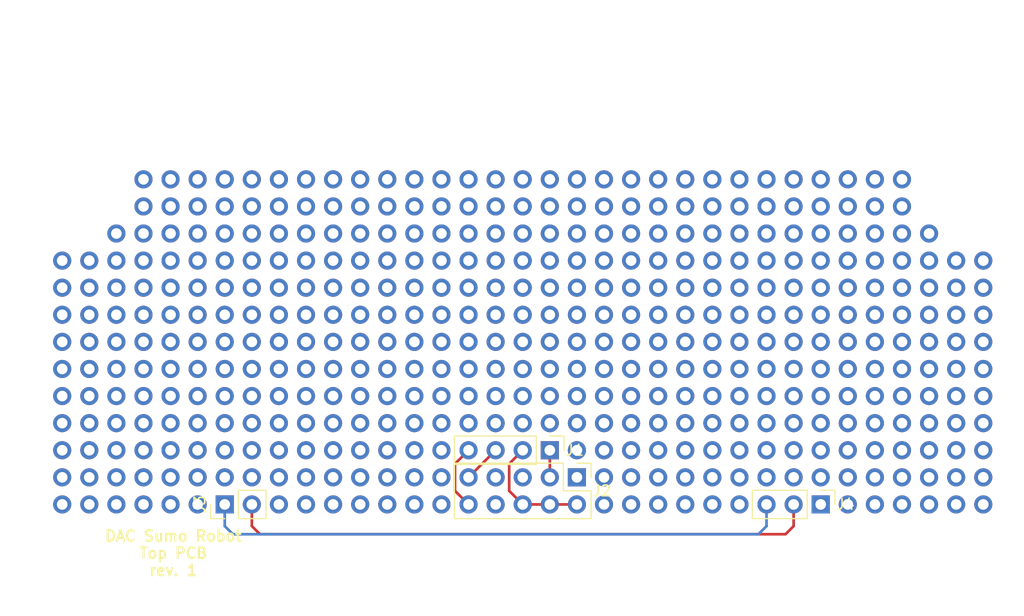
<source format=kicad_pcb>
(kicad_pcb (version 4) (host pcbnew 4.0.7-e2-6376~58~ubuntu16.04.1)

  (general
    (links 8)
    (no_connects 0)
    (area 105.399659 70.324899 199.400661 112.325901)
    (thickness 1.6)
    (drawings 26)
    (tracks 20)
    (zones 0)
    (modules 72)
    (nets 12)
  )

  (page A4)
  (layers
    (0 F.Cu signal)
    (31 B.Cu signal)
    (32 B.Adhes user)
    (33 F.Adhes user)
    (34 B.Paste user)
    (35 F.Paste user)
    (36 B.SilkS user)
    (37 F.SilkS user)
    (38 B.Mask user)
    (39 F.Mask user)
    (40 Dwgs.User user)
    (41 Cmts.User user)
    (42 Eco1.User user)
    (43 Eco2.User user)
    (44 Edge.Cuts user)
    (45 Margin user)
    (46 B.CrtYd user)
    (47 F.CrtYd user)
    (48 B.Fab user)
    (49 F.Fab user)
  )

  (setup
    (last_trace_width 0.25)
    (trace_clearance 0.2)
    (zone_clearance 0.508)
    (zone_45_only no)
    (trace_min 0.2)
    (segment_width 0.001)
    (edge_width 0.001)
    (via_size 0.6)
    (via_drill 0.4)
    (via_min_size 0.4)
    (via_min_drill 0.3)
    (uvia_size 0.3)
    (uvia_drill 0.1)
    (uvias_allowed no)
    (uvia_min_size 0.2)
    (uvia_min_drill 0.1)
    (pcb_text_width 0.3)
    (pcb_text_size 1.5 1.5)
    (mod_edge_width 0.15)
    (mod_text_size 1 1)
    (mod_text_width 0.15)
    (pad_size 1.524 1.524)
    (pad_drill 0.762)
    (pad_to_mask_clearance 0.2)
    (aux_axis_origin 0 0)
    (visible_elements FFFFFF7F)
    (pcbplotparams
      (layerselection 0x01000_80000001)
      (usegerberextensions false)
      (excludeedgelayer true)
      (linewidth 0.100000)
      (plotframeref false)
      (viasonmask false)
      (mode 1)
      (useauxorigin false)
      (hpglpennumber 1)
      (hpglpenspeed 20)
      (hpglpendiameter 15)
      (hpglpenoverlay 2)
      (psnegative false)
      (psa4output false)
      (plotreference true)
      (plotvalue true)
      (plotinvisibletext false)
      (padsonsilk false)
      (subtractmaskfromsilk false)
      (outputformat 1)
      (mirror false)
      (drillshape 0)
      (scaleselection 1)
      (outputdirectory Gerber/))
  )

  (net 0 "")
  (net 1 +5V)
  (net 2 GND)
  (net 3 /UART1_RX)
  (net 4 /UART1_TX)
  (net 5 +8V)
  (net 6 +3V3)
  (net 7 /I2C1_SCL)
  (net 8 /I2C1_SDA)
  (net 9 "Net-(J3-Pad1)")
  (net 10 "Net-(J3-Pad2)")
  (net 11 "Net-(J4-Pad1)")

  (net_class Default "This is the default net class."
    (clearance 0.2)
    (trace_width 0.25)
    (via_dia 0.6)
    (via_drill 0.4)
    (uvia_dia 0.3)
    (uvia_drill 0.1)
    (add_net +3V3)
    (add_net +5V)
    (add_net +8V)
    (add_net /I2C1_SCL)
    (add_net /I2C1_SDA)
    (add_net /UART1_RX)
    (add_net /UART1_TX)
    (add_net GND)
    (add_net "Net-(J3-Pad1)")
    (add_net "Net-(J3-Pad2)")
    (add_net "Net-(J4-Pad1)")
  )

  (module Pin_Headers:Pin_Header_Straight_1x04_Pitch2.54mm (layer F.Cu) (tedit 5A21D0E9) (tstamp 5A21A0C1)
    (at 154.94 99.06 270)
    (descr "Through hole straight pin header, 1x04, 2.54mm pitch, single row")
    (tags "Through hole pin header THT 1x04 2.54mm single row")
    (path /5A21B5C6)
    (fp_text reference J1 (at 0 -2.33 360) (layer F.SilkS)
      (effects (font (size 1 1) (thickness 0.15)))
    )
    (fp_text value BT_Header (at -2.54 2.54 360) (layer F.Fab)
      (effects (font (size 1 1) (thickness 0.15)))
    )
    (fp_line (start -0.635 -1.27) (end 1.27 -1.27) (layer F.Fab) (width 0.1))
    (fp_line (start 1.27 -1.27) (end 1.27 8.89) (layer F.Fab) (width 0.1))
    (fp_line (start 1.27 8.89) (end -1.27 8.89) (layer F.Fab) (width 0.1))
    (fp_line (start -1.27 8.89) (end -1.27 -0.635) (layer F.Fab) (width 0.1))
    (fp_line (start -1.27 -0.635) (end -0.635 -1.27) (layer F.Fab) (width 0.1))
    (fp_line (start -1.33 8.95) (end 1.33 8.95) (layer F.SilkS) (width 0.12))
    (fp_line (start -1.33 1.27) (end -1.33 8.95) (layer F.SilkS) (width 0.12))
    (fp_line (start 1.33 1.27) (end 1.33 8.95) (layer F.SilkS) (width 0.12))
    (fp_line (start -1.33 1.27) (end 1.33 1.27) (layer F.SilkS) (width 0.12))
    (fp_line (start -1.33 0) (end -1.33 -1.33) (layer F.SilkS) (width 0.12))
    (fp_line (start -1.33 -1.33) (end 0 -1.33) (layer F.SilkS) (width 0.12))
    (fp_line (start -1.8 -1.8) (end -1.8 9.4) (layer F.CrtYd) (width 0.05))
    (fp_line (start -1.8 9.4) (end 1.8 9.4) (layer F.CrtYd) (width 0.05))
    (fp_line (start 1.8 9.4) (end 1.8 -1.8) (layer F.CrtYd) (width 0.05))
    (fp_line (start 1.8 -1.8) (end -1.8 -1.8) (layer F.CrtYd) (width 0.05))
    (fp_text user %R (at 0 3.81 360) (layer F.Fab)
      (effects (font (size 1 1) (thickness 0.15)))
    )
    (pad 1 thru_hole rect (at 0 0 270) (size 1.7 1.7) (drill 1) (layers *.Cu *.Mask)
      (net 1 +5V))
    (pad 2 thru_hole oval (at 0 2.54 270) (size 1.7 1.7) (drill 1) (layers *.Cu *.Mask)
      (net 2 GND))
    (pad 3 thru_hole oval (at 0 5.08 270) (size 1.7 1.7) (drill 1) (layers *.Cu *.Mask)
      (net 3 /UART1_RX))
    (pad 4 thru_hole oval (at 0 7.62 270) (size 1.7 1.7) (drill 1) (layers *.Cu *.Mask)
      (net 4 /UART1_TX))
    (model ${KISYS3DMOD}/Pin_Headers.3dshapes/Pin_Header_Straight_1x04_Pitch2.54mm.wrl
      (at (xyz 0 0 0))
      (scale (xyz 1 1 1))
      (rotate (xyz 0 0 0))
    )
  )

  (module Pin_Headers:Pin_Header_Straight_2x05_Pitch2.54mm (layer F.Cu) (tedit 5A21CB23) (tstamp 5A21A0CF)
    (at 157.48 101.6 270)
    (descr "Through hole straight pin header, 2x05, 2.54mm pitch, double rows")
    (tags "Through hole pin header THT 2x05 2.54mm double row")
    (path /5A21AF80)
    (fp_text reference J2 (at 1.27 -2.33 360) (layer F.SilkS)
      (effects (font (size 1 1) (thickness 0.15)))
    )
    (fp_text value 02x05_Header (at 5.08 5.08 360) (layer F.Fab)
      (effects (font (size 1 1) (thickness 0.15)))
    )
    (fp_line (start 0 -1.27) (end 3.81 -1.27) (layer F.Fab) (width 0.1))
    (fp_line (start 3.81 -1.27) (end 3.81 11.43) (layer F.Fab) (width 0.1))
    (fp_line (start 3.81 11.43) (end -1.27 11.43) (layer F.Fab) (width 0.1))
    (fp_line (start -1.27 11.43) (end -1.27 0) (layer F.Fab) (width 0.1))
    (fp_line (start -1.27 0) (end 0 -1.27) (layer F.Fab) (width 0.1))
    (fp_line (start -1.33 11.49) (end 3.87 11.49) (layer F.SilkS) (width 0.12))
    (fp_line (start -1.33 1.27) (end -1.33 11.49) (layer F.SilkS) (width 0.12))
    (fp_line (start 3.87 -1.33) (end 3.87 11.49) (layer F.SilkS) (width 0.12))
    (fp_line (start -1.33 1.27) (end 1.27 1.27) (layer F.SilkS) (width 0.12))
    (fp_line (start 1.27 1.27) (end 1.27 -1.33) (layer F.SilkS) (width 0.12))
    (fp_line (start 1.27 -1.33) (end 3.87 -1.33) (layer F.SilkS) (width 0.12))
    (fp_line (start -1.33 0) (end -1.33 -1.33) (layer F.SilkS) (width 0.12))
    (fp_line (start -1.33 -1.33) (end 0 -1.33) (layer F.SilkS) (width 0.12))
    (fp_line (start -1.8 -1.8) (end -1.8 11.95) (layer F.CrtYd) (width 0.05))
    (fp_line (start -1.8 11.95) (end 4.35 11.95) (layer F.CrtYd) (width 0.05))
    (fp_line (start 4.35 11.95) (end 4.35 -1.8) (layer F.CrtYd) (width 0.05))
    (fp_line (start 4.35 -1.8) (end -1.8 -1.8) (layer F.CrtYd) (width 0.05))
    (fp_text user %R (at 1.27 5.08 360) (layer F.Fab)
      (effects (font (size 1 1) (thickness 0.15)))
    )
    (pad 1 thru_hole rect (at 0 0 270) (size 1.7 1.7) (drill 1) (layers *.Cu *.Mask)
      (net 5 +8V))
    (pad 2 thru_hole oval (at 2.54 0 270) (size 1.7 1.7) (drill 1) (layers *.Cu *.Mask)
      (net 2 GND))
    (pad 3 thru_hole oval (at 0 2.54 270) (size 1.7 1.7) (drill 1) (layers *.Cu *.Mask)
      (net 1 +5V))
    (pad 4 thru_hole oval (at 2.54 2.54 270) (size 1.7 1.7) (drill 1) (layers *.Cu *.Mask)
      (net 2 GND))
    (pad 5 thru_hole oval (at 0 5.08 270) (size 1.7 1.7) (drill 1) (layers *.Cu *.Mask)
      (net 6 +3V3))
    (pad 6 thru_hole oval (at 2.54 5.08 270) (size 1.7 1.7) (drill 1) (layers *.Cu *.Mask)
      (net 2 GND))
    (pad 7 thru_hole oval (at 0 7.62 270) (size 1.7 1.7) (drill 1) (layers *.Cu *.Mask)
      (net 8 /I2C1_SDA))
    (pad 8 thru_hole oval (at 2.54 7.62 270) (size 1.7 1.7) (drill 1) (layers *.Cu *.Mask)
      (net 7 /I2C1_SCL))
    (pad 9 thru_hole oval (at 0 10.16 270) (size 1.7 1.7) (drill 1) (layers *.Cu *.Mask)
      (net 3 /UART1_RX))
    (pad 10 thru_hole oval (at 2.54 10.16 270) (size 1.7 1.7) (drill 1) (layers *.Cu *.Mask)
      (net 4 /UART1_TX))
    (model ${KISYS3DMOD}/Pin_Headers.3dshapes/Pin_Header_Straight_2x05_Pitch2.54mm.wrl
      (at (xyz 0 0 0))
      (scale (xyz 1 1 1))
      (rotate (xyz 0 0 0))
    )
  )

  (module Pin_Headers:Pin_Header_Straight_1x03_Pitch2.54mm (layer F.Cu) (tedit 5A2573F1) (tstamp 5A21A0DC)
    (at 180.34 104.14 270)
    (descr "Through hole straight pin header, 1x03, 2.54mm pitch, single row")
    (tags "Through hole pin header THT 1x03 2.54mm single row")
    (path /5A21B20F)
    (fp_text reference J4 (at 0 -2.33 360) (layer F.SilkS)
      (effects (font (size 1 1) (thickness 0.15)))
    )
    (fp_text value IR_Left (at 2.54 2.54 360) (layer F.Fab) hide
      (effects (font (size 1 1) (thickness 0.15)))
    )
    (fp_line (start -0.635 -1.27) (end 1.27 -1.27) (layer F.Fab) (width 0.1))
    (fp_line (start 1.27 -1.27) (end 1.27 6.35) (layer F.Fab) (width 0.1))
    (fp_line (start 1.27 6.35) (end -1.27 6.35) (layer F.Fab) (width 0.1))
    (fp_line (start -1.27 6.35) (end -1.27 -0.635) (layer F.Fab) (width 0.1))
    (fp_line (start -1.27 -0.635) (end -0.635 -1.27) (layer F.Fab) (width 0.1))
    (fp_line (start -1.33 6.41) (end 1.33 6.41) (layer F.SilkS) (width 0.12))
    (fp_line (start -1.33 1.27) (end -1.33 6.41) (layer F.SilkS) (width 0.12))
    (fp_line (start 1.33 1.27) (end 1.33 6.41) (layer F.SilkS) (width 0.12))
    (fp_line (start -1.33 1.27) (end 1.33 1.27) (layer F.SilkS) (width 0.12))
    (fp_line (start -1.33 0) (end -1.33 -1.33) (layer F.SilkS) (width 0.12))
    (fp_line (start -1.33 -1.33) (end 0 -1.33) (layer F.SilkS) (width 0.12))
    (fp_line (start -1.8 -1.8) (end -1.8 6.85) (layer F.CrtYd) (width 0.05))
    (fp_line (start -1.8 6.85) (end 1.8 6.85) (layer F.CrtYd) (width 0.05))
    (fp_line (start 1.8 6.85) (end 1.8 -1.8) (layer F.CrtYd) (width 0.05))
    (fp_line (start 1.8 -1.8) (end -1.8 -1.8) (layer F.CrtYd) (width 0.05))
    (fp_text user %R (at 0 2.54 360) (layer F.Fab)
      (effects (font (size 1 1) (thickness 0.15)))
    )
    (pad 1 thru_hole rect (at 0 0 270) (size 1.7 1.7) (drill 1) (layers *.Cu *.Mask)
      (net 11 "Net-(J4-Pad1)"))
    (pad 2 thru_hole oval (at 0 2.54 270) (size 1.7 1.7) (drill 1) (layers *.Cu *.Mask)
      (net 10 "Net-(J3-Pad2)"))
    (pad 3 thru_hole oval (at 0 5.08 270) (size 1.7 1.7) (drill 1) (layers *.Cu *.Mask)
      (net 9 "Net-(J3-Pad1)"))
    (model ${KISYS3DMOD}/Pin_Headers.3dshapes/Pin_Header_Straight_1x03_Pitch2.54mm.wrl
      (at (xyz 0 0 0))
      (scale (xyz 1 1 1))
      (rotate (xyz 0 0 0))
    )
  )

  (module Custom_Mounting_Holes:MountingHole_2.7mm_M2.5 (layer F.Cu) (tedit 5A154983) (tstamp 5A21B332)
    (at 110.39856 75.32624)
    (descr "Mounting Hole 2.7mm, no annular, M2.5")
    (tags "mounting hole 2.7mm no annular m2.5")
    (attr virtual)
    (fp_text reference REF** (at 0 -3.7) (layer F.SilkS) hide
      (effects (font (size 1 1) (thickness 0.15)))
    )
    (fp_text value MountingHole_2.7mm_M2.5 (at 0 3.7) (layer F.Fab) hide
      (effects (font (size 1 1) (thickness 0.15)))
    )
    (fp_text user %R (at 5 -2.9) (layer F.Fab) hide
      (effects (font (size 1 1) (thickness 0.15)))
    )
    (fp_circle (center 0 0) (end 2.7 0) (layer Cmts.User) (width 0.15))
    (fp_circle (center 0 0) (end 2.95 0) (layer F.CrtYd) (width 0.05))
    (pad "" np_thru_hole circle (at 0 0) (size 2.7 2.7) (drill 2.7) (layers *.Cu *.Mask)
      (clearance 1.2))
  )

  (module Custom_Mounting_Holes:MountingHole_2.7mm_M2.5 (layer F.Cu) (tedit 5A154983) (tstamp 5A21B341)
    (at 194.40144 75.3237)
    (descr "Mounting Hole 2.7mm, no annular, M2.5")
    (tags "mounting hole 2.7mm no annular m2.5")
    (attr virtual)
    (fp_text reference REF** (at 0 -3.7) (layer F.SilkS) hide
      (effects (font (size 1 1) (thickness 0.15)))
    )
    (fp_text value MountingHole_2.7mm_M2.5 (at 0 3.7) (layer F.Fab) hide
      (effects (font (size 1 1) (thickness 0.15)))
    )
    (fp_text user %R (at 5 -2.9) (layer F.Fab) hide
      (effects (font (size 1 1) (thickness 0.15)))
    )
    (fp_circle (center 0 0) (end 2.7 0) (layer Cmts.User) (width 0.15))
    (fp_circle (center 0 0) (end 2.95 0) (layer F.CrtYd) (width 0.05))
    (pad "" np_thru_hole circle (at 0 0) (size 2.7 2.7) (drill 2.7) (layers *.Cu *.Mask)
      (clearance 1.2))
  )

  (module Custom_Mounting_Holes:MountingHole_2.7mm_M2.5 (layer F.Cu) (tedit 5A154983) (tstamp 5A21B350)
    (at 194.40144 109.82706)
    (descr "Mounting Hole 2.7mm, no annular, M2.5")
    (tags "mounting hole 2.7mm no annular m2.5")
    (attr virtual)
    (fp_text reference REF** (at 0 -3.7) (layer F.SilkS) hide
      (effects (font (size 1 1) (thickness 0.15)))
    )
    (fp_text value MountingHole_2.7mm_M2.5 (at 0 3.7) (layer F.Fab) hide
      (effects (font (size 1 1) (thickness 0.15)))
    )
    (fp_text user %R (at 5 -2.9) (layer F.Fab) hide
      (effects (font (size 1 1) (thickness 0.15)))
    )
    (fp_circle (center 0 0) (end 2.7 0) (layer Cmts.User) (width 0.15))
    (fp_circle (center 0 0) (end 2.95 0) (layer F.CrtYd) (width 0.05))
    (pad "" np_thru_hole circle (at 0 0) (size 2.7 2.7) (drill 2.7) (layers *.Cu *.Mask)
      (clearance 1.2))
  )

  (module Custom_Mounting_Holes:MountingHole_2.7mm_M2.5 (layer F.Cu) (tedit 5A154983) (tstamp 5A21B35F)
    (at 110.4011 109.82452)
    (descr "Mounting Hole 2.7mm, no annular, M2.5")
    (tags "mounting hole 2.7mm no annular m2.5")
    (attr virtual)
    (fp_text reference REF** (at 0 -3.7) (layer F.SilkS) hide
      (effects (font (size 1 1) (thickness 0.15)))
    )
    (fp_text value MountingHole_2.7mm_M2.5 (at 0 3.7) (layer F.Fab) hide
      (effects (font (size 1 1) (thickness 0.15)))
    )
    (fp_text user %R (at 5 -2.9) (layer F.Fab) hide
      (effects (font (size 1 1) (thickness 0.15)))
    )
    (fp_circle (center 0 0) (end 2.7 0) (layer Cmts.User) (width 0.15))
    (fp_circle (center 0 0) (end 2.95 0) (layer F.CrtYd) (width 0.05))
    (pad "" np_thru_hole circle (at 0 0) (size 2.7 2.7) (drill 2.7) (layers *.Cu *.Mask)
      (clearance 1.2))
  )

  (module Custom_Mounting_Holes:24Pad_2.54mm (layer F.Cu) (tedit 5A21D7FF) (tstamp 5A21E23D)
    (at 195.58 81.28)
    (descr "Through hole straight pin header, 1x02, 2.54mm pitch, single row")
    (tags "Through hole pin header THT 1x02 2.54mm single row")
    (fp_text reference REF** (at 0 -2.33) (layer F.SilkS) hide
      (effects (font (size 1 1) (thickness 0.15)))
    )
    (fp_text value Pad_2.54mm (at 7.62 -2.54) (layer F.Fab) hide
      (effects (font (size 1 1) (thickness 0.15)))
    )
    (pad 1 thru_hole oval (at 0 0) (size 1.7 1.7) (drill 1) (layers *.Cu *.Mask))
    (pad 2 thru_hole circle (at 0 2.54) (size 1.7 1.7) (drill 1) (layers *.Cu *.Mask))
    (pad 3 thru_hole circle (at 0 5.08) (size 1.7 1.7) (drill 1) (layers *.Cu *.Mask))
    (pad 4 thru_hole circle (at 0 7.62) (size 1.7 1.7) (drill 1) (layers *.Cu *.Mask))
    (pad 5 thru_hole circle (at 0 10.16) (size 1.7 1.7) (drill 1) (layers *.Cu *.Mask))
    (pad 6 thru_hole circle (at 0 12.7) (size 1.7 1.7) (drill 1) (layers *.Cu *.Mask))
    (pad 7 thru_hole circle (at -2.54 12.7) (size 1.7 1.7) (drill 1) (layers *.Cu *.Mask))
    (pad 8 thru_hole circle (at -2.54 10.16) (size 1.7 1.7) (drill 1) (layers *.Cu *.Mask))
    (pad 9 thru_hole circle (at -2.54 7.62) (size 1.7 1.7) (drill 1) (layers *.Cu *.Mask))
    (pad 10 thru_hole circle (at -2.54 5.08) (size 1.7 1.7) (drill 1) (layers *.Cu *.Mask))
    (pad 11 thru_hole circle (at -2.54 2.54) (size 1.7 1.7) (drill 1) (layers *.Cu *.Mask))
    (pad 12 thru_hole circle (at -2.54 0) (size 1.7 1.7) (drill 1) (layers *.Cu *.Mask))
    (pad 13 thru_hole circle (at -5.08 0) (size 1.7 1.7) (drill 1) (layers *.Cu *.Mask))
    (pad 14 thru_hole circle (at -5.08 2.54) (size 1.7 1.7) (drill 1) (layers *.Cu *.Mask))
    (pad 15 thru_hole circle (at -5.08 5.08) (size 1.7 1.7) (drill 1) (layers *.Cu *.Mask))
    (pad 16 thru_hole circle (at -5.08 7.62) (size 1.7 1.7) (drill 1) (layers *.Cu *.Mask))
    (pad 17 thru_hole circle (at -5.08 10.16) (size 1.7 1.7) (drill 1) (layers *.Cu *.Mask))
    (pad 18 thru_hole circle (at -5.08 12.7) (size 1.7 1.7) (drill 1) (layers *.Cu *.Mask))
    (pad 19 thru_hole circle (at -7.62 12.7) (size 1.7 1.7) (drill 1) (layers *.Cu *.Mask))
    (pad 20 thru_hole circle (at -7.62 10.16) (size 1.7 1.7) (drill 1) (layers *.Cu *.Mask))
    (pad 21 thru_hole circle (at -7.62 7.62) (size 1.7 1.7) (drill 1) (layers *.Cu *.Mask))
    (pad 22 thru_hole circle (at -7.62 5.08) (size 1.7 1.7) (drill 1) (layers *.Cu *.Mask))
    (pad 23 thru_hole circle (at -7.62 2.54) (size 1.7 1.7) (drill 1) (layers *.Cu *.Mask))
    (pad 24 thru_hole circle (at -7.62 0) (size 1.7 1.7) (drill 1) (layers *.Cu *.Mask))
  )

  (module Custom_Mounting_Holes:24Pad_2.54mm (layer F.Cu) (tedit 5A21D7FF) (tstamp 5A21E274)
    (at 185.42 73.66)
    (descr "Through hole straight pin header, 1x02, 2.54mm pitch, single row")
    (tags "Through hole pin header THT 1x02 2.54mm single row")
    (fp_text reference REF** (at 0 -2.33) (layer F.SilkS) hide
      (effects (font (size 1 1) (thickness 0.15)))
    )
    (fp_text value Pad_2.54mm (at 7.62 -2.54) (layer F.Fab) hide
      (effects (font (size 1 1) (thickness 0.15)))
    )
    (pad 1 thru_hole oval (at 0 0) (size 1.7 1.7) (drill 1) (layers *.Cu *.Mask))
    (pad 2 thru_hole circle (at 0 2.54) (size 1.7 1.7) (drill 1) (layers *.Cu *.Mask))
    (pad 3 thru_hole circle (at 0 5.08) (size 1.7 1.7) (drill 1) (layers *.Cu *.Mask))
    (pad 4 thru_hole circle (at 0 7.62) (size 1.7 1.7) (drill 1) (layers *.Cu *.Mask))
    (pad 5 thru_hole circle (at 0 10.16) (size 1.7 1.7) (drill 1) (layers *.Cu *.Mask))
    (pad 6 thru_hole circle (at 0 12.7) (size 1.7 1.7) (drill 1) (layers *.Cu *.Mask))
    (pad 7 thru_hole circle (at -2.54 12.7) (size 1.7 1.7) (drill 1) (layers *.Cu *.Mask))
    (pad 8 thru_hole circle (at -2.54 10.16) (size 1.7 1.7) (drill 1) (layers *.Cu *.Mask))
    (pad 9 thru_hole circle (at -2.54 7.62) (size 1.7 1.7) (drill 1) (layers *.Cu *.Mask))
    (pad 10 thru_hole circle (at -2.54 5.08) (size 1.7 1.7) (drill 1) (layers *.Cu *.Mask))
    (pad 11 thru_hole circle (at -2.54 2.54) (size 1.7 1.7) (drill 1) (layers *.Cu *.Mask))
    (pad 12 thru_hole circle (at -2.54 0) (size 1.7 1.7) (drill 1) (layers *.Cu *.Mask))
    (pad 13 thru_hole circle (at -5.08 0) (size 1.7 1.7) (drill 1) (layers *.Cu *.Mask))
    (pad 14 thru_hole circle (at -5.08 2.54) (size 1.7 1.7) (drill 1) (layers *.Cu *.Mask))
    (pad 15 thru_hole circle (at -5.08 5.08) (size 1.7 1.7) (drill 1) (layers *.Cu *.Mask))
    (pad 16 thru_hole circle (at -5.08 7.62) (size 1.7 1.7) (drill 1) (layers *.Cu *.Mask))
    (pad 17 thru_hole circle (at -5.08 10.16) (size 1.7 1.7) (drill 1) (layers *.Cu *.Mask))
    (pad 18 thru_hole circle (at -5.08 12.7) (size 1.7 1.7) (drill 1) (layers *.Cu *.Mask))
    (pad 19 thru_hole circle (at -7.62 12.7) (size 1.7 1.7) (drill 1) (layers *.Cu *.Mask))
    (pad 20 thru_hole circle (at -7.62 10.16) (size 1.7 1.7) (drill 1) (layers *.Cu *.Mask))
    (pad 21 thru_hole circle (at -7.62 7.62) (size 1.7 1.7) (drill 1) (layers *.Cu *.Mask))
    (pad 22 thru_hole circle (at -7.62 5.08) (size 1.7 1.7) (drill 1) (layers *.Cu *.Mask))
    (pad 23 thru_hole circle (at -7.62 2.54) (size 1.7 1.7) (drill 1) (layers *.Cu *.Mask))
    (pad 24 thru_hole circle (at -7.62 0) (size 1.7 1.7) (drill 1) (layers *.Cu *.Mask))
  )

  (module Custom_Mounting_Holes:24Pad_2.54mm (layer F.Cu) (tedit 5A21D7FF) (tstamp 5A21E2AB)
    (at 175.26 73.66)
    (descr "Through hole straight pin header, 1x02, 2.54mm pitch, single row")
    (tags "Through hole pin header THT 1x02 2.54mm single row")
    (fp_text reference REF** (at 0 -2.33) (layer F.SilkS) hide
      (effects (font (size 1 1) (thickness 0.15)))
    )
    (fp_text value Pad_2.54mm (at 7.62 -2.54) (layer F.Fab) hide
      (effects (font (size 1 1) (thickness 0.15)))
    )
    (pad 1 thru_hole oval (at 0 0) (size 1.7 1.7) (drill 1) (layers *.Cu *.Mask))
    (pad 2 thru_hole circle (at 0 2.54) (size 1.7 1.7) (drill 1) (layers *.Cu *.Mask))
    (pad 3 thru_hole circle (at 0 5.08) (size 1.7 1.7) (drill 1) (layers *.Cu *.Mask))
    (pad 4 thru_hole circle (at 0 7.62) (size 1.7 1.7) (drill 1) (layers *.Cu *.Mask))
    (pad 5 thru_hole circle (at 0 10.16) (size 1.7 1.7) (drill 1) (layers *.Cu *.Mask))
    (pad 6 thru_hole circle (at 0 12.7) (size 1.7 1.7) (drill 1) (layers *.Cu *.Mask))
    (pad 7 thru_hole circle (at -2.54 12.7) (size 1.7 1.7) (drill 1) (layers *.Cu *.Mask))
    (pad 8 thru_hole circle (at -2.54 10.16) (size 1.7 1.7) (drill 1) (layers *.Cu *.Mask))
    (pad 9 thru_hole circle (at -2.54 7.62) (size 1.7 1.7) (drill 1) (layers *.Cu *.Mask))
    (pad 10 thru_hole circle (at -2.54 5.08) (size 1.7 1.7) (drill 1) (layers *.Cu *.Mask))
    (pad 11 thru_hole circle (at -2.54 2.54) (size 1.7 1.7) (drill 1) (layers *.Cu *.Mask))
    (pad 12 thru_hole circle (at -2.54 0) (size 1.7 1.7) (drill 1) (layers *.Cu *.Mask))
    (pad 13 thru_hole circle (at -5.08 0) (size 1.7 1.7) (drill 1) (layers *.Cu *.Mask))
    (pad 14 thru_hole circle (at -5.08 2.54) (size 1.7 1.7) (drill 1) (layers *.Cu *.Mask))
    (pad 15 thru_hole circle (at -5.08 5.08) (size 1.7 1.7) (drill 1) (layers *.Cu *.Mask))
    (pad 16 thru_hole circle (at -5.08 7.62) (size 1.7 1.7) (drill 1) (layers *.Cu *.Mask))
    (pad 17 thru_hole circle (at -5.08 10.16) (size 1.7 1.7) (drill 1) (layers *.Cu *.Mask))
    (pad 18 thru_hole circle (at -5.08 12.7) (size 1.7 1.7) (drill 1) (layers *.Cu *.Mask))
    (pad 19 thru_hole circle (at -7.62 12.7) (size 1.7 1.7) (drill 1) (layers *.Cu *.Mask))
    (pad 20 thru_hole circle (at -7.62 10.16) (size 1.7 1.7) (drill 1) (layers *.Cu *.Mask))
    (pad 21 thru_hole circle (at -7.62 7.62) (size 1.7 1.7) (drill 1) (layers *.Cu *.Mask))
    (pad 22 thru_hole circle (at -7.62 5.08) (size 1.7 1.7) (drill 1) (layers *.Cu *.Mask))
    (pad 23 thru_hole circle (at -7.62 2.54) (size 1.7 1.7) (drill 1) (layers *.Cu *.Mask))
    (pad 24 thru_hole circle (at -7.62 0) (size 1.7 1.7) (drill 1) (layers *.Cu *.Mask))
  )

  (module Custom_Mounting_Holes:24Pad_2.54mm (layer F.Cu) (tedit 5A21D7FF) (tstamp 5A21E2E2)
    (at 165.1 73.66)
    (descr "Through hole straight pin header, 1x02, 2.54mm pitch, single row")
    (tags "Through hole pin header THT 1x02 2.54mm single row")
    (fp_text reference REF** (at 0 -2.33) (layer F.SilkS) hide
      (effects (font (size 1 1) (thickness 0.15)))
    )
    (fp_text value Pad_2.54mm (at 7.62 -2.54) (layer F.Fab) hide
      (effects (font (size 1 1) (thickness 0.15)))
    )
    (pad 1 thru_hole oval (at 0 0) (size 1.7 1.7) (drill 1) (layers *.Cu *.Mask))
    (pad 2 thru_hole circle (at 0 2.54) (size 1.7 1.7) (drill 1) (layers *.Cu *.Mask))
    (pad 3 thru_hole circle (at 0 5.08) (size 1.7 1.7) (drill 1) (layers *.Cu *.Mask))
    (pad 4 thru_hole circle (at 0 7.62) (size 1.7 1.7) (drill 1) (layers *.Cu *.Mask))
    (pad 5 thru_hole circle (at 0 10.16) (size 1.7 1.7) (drill 1) (layers *.Cu *.Mask))
    (pad 6 thru_hole circle (at 0 12.7) (size 1.7 1.7) (drill 1) (layers *.Cu *.Mask))
    (pad 7 thru_hole circle (at -2.54 12.7) (size 1.7 1.7) (drill 1) (layers *.Cu *.Mask))
    (pad 8 thru_hole circle (at -2.54 10.16) (size 1.7 1.7) (drill 1) (layers *.Cu *.Mask))
    (pad 9 thru_hole circle (at -2.54 7.62) (size 1.7 1.7) (drill 1) (layers *.Cu *.Mask))
    (pad 10 thru_hole circle (at -2.54 5.08) (size 1.7 1.7) (drill 1) (layers *.Cu *.Mask))
    (pad 11 thru_hole circle (at -2.54 2.54) (size 1.7 1.7) (drill 1) (layers *.Cu *.Mask))
    (pad 12 thru_hole circle (at -2.54 0) (size 1.7 1.7) (drill 1) (layers *.Cu *.Mask))
    (pad 13 thru_hole circle (at -5.08 0) (size 1.7 1.7) (drill 1) (layers *.Cu *.Mask))
    (pad 14 thru_hole circle (at -5.08 2.54) (size 1.7 1.7) (drill 1) (layers *.Cu *.Mask))
    (pad 15 thru_hole circle (at -5.08 5.08) (size 1.7 1.7) (drill 1) (layers *.Cu *.Mask))
    (pad 16 thru_hole circle (at -5.08 7.62) (size 1.7 1.7) (drill 1) (layers *.Cu *.Mask))
    (pad 17 thru_hole circle (at -5.08 10.16) (size 1.7 1.7) (drill 1) (layers *.Cu *.Mask))
    (pad 18 thru_hole circle (at -5.08 12.7) (size 1.7 1.7) (drill 1) (layers *.Cu *.Mask))
    (pad 19 thru_hole circle (at -7.62 12.7) (size 1.7 1.7) (drill 1) (layers *.Cu *.Mask))
    (pad 20 thru_hole circle (at -7.62 10.16) (size 1.7 1.7) (drill 1) (layers *.Cu *.Mask))
    (pad 21 thru_hole circle (at -7.62 7.62) (size 1.7 1.7) (drill 1) (layers *.Cu *.Mask))
    (pad 22 thru_hole circle (at -7.62 5.08) (size 1.7 1.7) (drill 1) (layers *.Cu *.Mask))
    (pad 23 thru_hole circle (at -7.62 2.54) (size 1.7 1.7) (drill 1) (layers *.Cu *.Mask))
    (pad 24 thru_hole circle (at -7.62 0) (size 1.7 1.7) (drill 1) (layers *.Cu *.Mask))
  )

  (module Custom_Mounting_Holes:24Pad_2.54mm (layer F.Cu) (tedit 5A21D7FF) (tstamp 5A21E319)
    (at 154.94 73.66)
    (descr "Through hole straight pin header, 1x02, 2.54mm pitch, single row")
    (tags "Through hole pin header THT 1x02 2.54mm single row")
    (fp_text reference REF** (at 0 -2.33) (layer F.SilkS) hide
      (effects (font (size 1 1) (thickness 0.15)))
    )
    (fp_text value Pad_2.54mm (at 7.62 -2.54) (layer F.Fab) hide
      (effects (font (size 1 1) (thickness 0.15)))
    )
    (pad 1 thru_hole oval (at 0 0) (size 1.7 1.7) (drill 1) (layers *.Cu *.Mask))
    (pad 2 thru_hole circle (at 0 2.54) (size 1.7 1.7) (drill 1) (layers *.Cu *.Mask))
    (pad 3 thru_hole circle (at 0 5.08) (size 1.7 1.7) (drill 1) (layers *.Cu *.Mask))
    (pad 4 thru_hole circle (at 0 7.62) (size 1.7 1.7) (drill 1) (layers *.Cu *.Mask))
    (pad 5 thru_hole circle (at 0 10.16) (size 1.7 1.7) (drill 1) (layers *.Cu *.Mask))
    (pad 6 thru_hole circle (at 0 12.7) (size 1.7 1.7) (drill 1) (layers *.Cu *.Mask))
    (pad 7 thru_hole circle (at -2.54 12.7) (size 1.7 1.7) (drill 1) (layers *.Cu *.Mask))
    (pad 8 thru_hole circle (at -2.54 10.16) (size 1.7 1.7) (drill 1) (layers *.Cu *.Mask))
    (pad 9 thru_hole circle (at -2.54 7.62) (size 1.7 1.7) (drill 1) (layers *.Cu *.Mask))
    (pad 10 thru_hole circle (at -2.54 5.08) (size 1.7 1.7) (drill 1) (layers *.Cu *.Mask))
    (pad 11 thru_hole circle (at -2.54 2.54) (size 1.7 1.7) (drill 1) (layers *.Cu *.Mask))
    (pad 12 thru_hole circle (at -2.54 0) (size 1.7 1.7) (drill 1) (layers *.Cu *.Mask))
    (pad 13 thru_hole circle (at -5.08 0) (size 1.7 1.7) (drill 1) (layers *.Cu *.Mask))
    (pad 14 thru_hole circle (at -5.08 2.54) (size 1.7 1.7) (drill 1) (layers *.Cu *.Mask))
    (pad 15 thru_hole circle (at -5.08 5.08) (size 1.7 1.7) (drill 1) (layers *.Cu *.Mask))
    (pad 16 thru_hole circle (at -5.08 7.62) (size 1.7 1.7) (drill 1) (layers *.Cu *.Mask))
    (pad 17 thru_hole circle (at -5.08 10.16) (size 1.7 1.7) (drill 1) (layers *.Cu *.Mask))
    (pad 18 thru_hole circle (at -5.08 12.7) (size 1.7 1.7) (drill 1) (layers *.Cu *.Mask))
    (pad 19 thru_hole circle (at -7.62 12.7) (size 1.7 1.7) (drill 1) (layers *.Cu *.Mask))
    (pad 20 thru_hole circle (at -7.62 10.16) (size 1.7 1.7) (drill 1) (layers *.Cu *.Mask))
    (pad 21 thru_hole circle (at -7.62 7.62) (size 1.7 1.7) (drill 1) (layers *.Cu *.Mask))
    (pad 22 thru_hole circle (at -7.62 5.08) (size 1.7 1.7) (drill 1) (layers *.Cu *.Mask))
    (pad 23 thru_hole circle (at -7.62 2.54) (size 1.7 1.7) (drill 1) (layers *.Cu *.Mask))
    (pad 24 thru_hole circle (at -7.62 0) (size 1.7 1.7) (drill 1) (layers *.Cu *.Mask))
  )

  (module Custom_Mounting_Holes:24Pad_2.54mm (layer F.Cu) (tedit 5A21D7FF) (tstamp 5A21E350)
    (at 144.78 73.66)
    (descr "Through hole straight pin header, 1x02, 2.54mm pitch, single row")
    (tags "Through hole pin header THT 1x02 2.54mm single row")
    (fp_text reference REF** (at 0 -2.33) (layer F.SilkS) hide
      (effects (font (size 1 1) (thickness 0.15)))
    )
    (fp_text value Pad_2.54mm (at 7.62 -2.54) (layer F.Fab) hide
      (effects (font (size 1 1) (thickness 0.15)))
    )
    (pad 1 thru_hole oval (at 0 0) (size 1.7 1.7) (drill 1) (layers *.Cu *.Mask))
    (pad 2 thru_hole circle (at 0 2.54) (size 1.7 1.7) (drill 1) (layers *.Cu *.Mask))
    (pad 3 thru_hole circle (at 0 5.08) (size 1.7 1.7) (drill 1) (layers *.Cu *.Mask))
    (pad 4 thru_hole circle (at 0 7.62) (size 1.7 1.7) (drill 1) (layers *.Cu *.Mask))
    (pad 5 thru_hole circle (at 0 10.16) (size 1.7 1.7) (drill 1) (layers *.Cu *.Mask))
    (pad 6 thru_hole circle (at 0 12.7) (size 1.7 1.7) (drill 1) (layers *.Cu *.Mask))
    (pad 7 thru_hole circle (at -2.54 12.7) (size 1.7 1.7) (drill 1) (layers *.Cu *.Mask))
    (pad 8 thru_hole circle (at -2.54 10.16) (size 1.7 1.7) (drill 1) (layers *.Cu *.Mask))
    (pad 9 thru_hole circle (at -2.54 7.62) (size 1.7 1.7) (drill 1) (layers *.Cu *.Mask))
    (pad 10 thru_hole circle (at -2.54 5.08) (size 1.7 1.7) (drill 1) (layers *.Cu *.Mask))
    (pad 11 thru_hole circle (at -2.54 2.54) (size 1.7 1.7) (drill 1) (layers *.Cu *.Mask))
    (pad 12 thru_hole circle (at -2.54 0) (size 1.7 1.7) (drill 1) (layers *.Cu *.Mask))
    (pad 13 thru_hole circle (at -5.08 0) (size 1.7 1.7) (drill 1) (layers *.Cu *.Mask))
    (pad 14 thru_hole circle (at -5.08 2.54) (size 1.7 1.7) (drill 1) (layers *.Cu *.Mask))
    (pad 15 thru_hole circle (at -5.08 5.08) (size 1.7 1.7) (drill 1) (layers *.Cu *.Mask))
    (pad 16 thru_hole circle (at -5.08 7.62) (size 1.7 1.7) (drill 1) (layers *.Cu *.Mask))
    (pad 17 thru_hole circle (at -5.08 10.16) (size 1.7 1.7) (drill 1) (layers *.Cu *.Mask))
    (pad 18 thru_hole circle (at -5.08 12.7) (size 1.7 1.7) (drill 1) (layers *.Cu *.Mask))
    (pad 19 thru_hole circle (at -7.62 12.7) (size 1.7 1.7) (drill 1) (layers *.Cu *.Mask))
    (pad 20 thru_hole circle (at -7.62 10.16) (size 1.7 1.7) (drill 1) (layers *.Cu *.Mask))
    (pad 21 thru_hole circle (at -7.62 7.62) (size 1.7 1.7) (drill 1) (layers *.Cu *.Mask))
    (pad 22 thru_hole circle (at -7.62 5.08) (size 1.7 1.7) (drill 1) (layers *.Cu *.Mask))
    (pad 23 thru_hole circle (at -7.62 2.54) (size 1.7 1.7) (drill 1) (layers *.Cu *.Mask))
    (pad 24 thru_hole circle (at -7.62 0) (size 1.7 1.7) (drill 1) (layers *.Cu *.Mask))
  )

  (module Custom_Mounting_Holes:24Pad_2.54mm (layer F.Cu) (tedit 5A21D7FF) (tstamp 5A21E387)
    (at 134.62 73.66)
    (descr "Through hole straight pin header, 1x02, 2.54mm pitch, single row")
    (tags "Through hole pin header THT 1x02 2.54mm single row")
    (fp_text reference REF** (at 0 -2.33) (layer F.SilkS) hide
      (effects (font (size 1 1) (thickness 0.15)))
    )
    (fp_text value Pad_2.54mm (at 7.62 -2.54) (layer F.Fab) hide
      (effects (font (size 1 1) (thickness 0.15)))
    )
    (pad 1 thru_hole oval (at 0 0) (size 1.7 1.7) (drill 1) (layers *.Cu *.Mask))
    (pad 2 thru_hole circle (at 0 2.54) (size 1.7 1.7) (drill 1) (layers *.Cu *.Mask))
    (pad 3 thru_hole circle (at 0 5.08) (size 1.7 1.7) (drill 1) (layers *.Cu *.Mask))
    (pad 4 thru_hole circle (at 0 7.62) (size 1.7 1.7) (drill 1) (layers *.Cu *.Mask))
    (pad 5 thru_hole circle (at 0 10.16) (size 1.7 1.7) (drill 1) (layers *.Cu *.Mask))
    (pad 6 thru_hole circle (at 0 12.7) (size 1.7 1.7) (drill 1) (layers *.Cu *.Mask))
    (pad 7 thru_hole circle (at -2.54 12.7) (size 1.7 1.7) (drill 1) (layers *.Cu *.Mask))
    (pad 8 thru_hole circle (at -2.54 10.16) (size 1.7 1.7) (drill 1) (layers *.Cu *.Mask))
    (pad 9 thru_hole circle (at -2.54 7.62) (size 1.7 1.7) (drill 1) (layers *.Cu *.Mask))
    (pad 10 thru_hole circle (at -2.54 5.08) (size 1.7 1.7) (drill 1) (layers *.Cu *.Mask))
    (pad 11 thru_hole circle (at -2.54 2.54) (size 1.7 1.7) (drill 1) (layers *.Cu *.Mask))
    (pad 12 thru_hole circle (at -2.54 0) (size 1.7 1.7) (drill 1) (layers *.Cu *.Mask))
    (pad 13 thru_hole circle (at -5.08 0) (size 1.7 1.7) (drill 1) (layers *.Cu *.Mask))
    (pad 14 thru_hole circle (at -5.08 2.54) (size 1.7 1.7) (drill 1) (layers *.Cu *.Mask))
    (pad 15 thru_hole circle (at -5.08 5.08) (size 1.7 1.7) (drill 1) (layers *.Cu *.Mask))
    (pad 16 thru_hole circle (at -5.08 7.62) (size 1.7 1.7) (drill 1) (layers *.Cu *.Mask))
    (pad 17 thru_hole circle (at -5.08 10.16) (size 1.7 1.7) (drill 1) (layers *.Cu *.Mask))
    (pad 18 thru_hole circle (at -5.08 12.7) (size 1.7 1.7) (drill 1) (layers *.Cu *.Mask))
    (pad 19 thru_hole circle (at -7.62 12.7) (size 1.7 1.7) (drill 1) (layers *.Cu *.Mask))
    (pad 20 thru_hole circle (at -7.62 10.16) (size 1.7 1.7) (drill 1) (layers *.Cu *.Mask))
    (pad 21 thru_hole circle (at -7.62 7.62) (size 1.7 1.7) (drill 1) (layers *.Cu *.Mask))
    (pad 22 thru_hole circle (at -7.62 5.08) (size 1.7 1.7) (drill 1) (layers *.Cu *.Mask))
    (pad 23 thru_hole circle (at -7.62 2.54) (size 1.7 1.7) (drill 1) (layers *.Cu *.Mask))
    (pad 24 thru_hole circle (at -7.62 0) (size 1.7 1.7) (drill 1) (layers *.Cu *.Mask))
  )

  (module Custom_Mounting_Holes:24Pad_2.54mm (layer F.Cu) (tedit 5A21D7FF) (tstamp 5A21E3BE)
    (at 124.46 73.66)
    (descr "Through hole straight pin header, 1x02, 2.54mm pitch, single row")
    (tags "Through hole pin header THT 1x02 2.54mm single row")
    (fp_text reference REF** (at 0 -2.33) (layer F.SilkS) hide
      (effects (font (size 1 1) (thickness 0.15)))
    )
    (fp_text value Pad_2.54mm (at 7.62 -2.54) (layer F.Fab) hide
      (effects (font (size 1 1) (thickness 0.15)))
    )
    (pad 1 thru_hole oval (at 0 0) (size 1.7 1.7) (drill 1) (layers *.Cu *.Mask))
    (pad 2 thru_hole circle (at 0 2.54) (size 1.7 1.7) (drill 1) (layers *.Cu *.Mask))
    (pad 3 thru_hole circle (at 0 5.08) (size 1.7 1.7) (drill 1) (layers *.Cu *.Mask))
    (pad 4 thru_hole circle (at 0 7.62) (size 1.7 1.7) (drill 1) (layers *.Cu *.Mask))
    (pad 5 thru_hole circle (at 0 10.16) (size 1.7 1.7) (drill 1) (layers *.Cu *.Mask))
    (pad 6 thru_hole circle (at 0 12.7) (size 1.7 1.7) (drill 1) (layers *.Cu *.Mask))
    (pad 7 thru_hole circle (at -2.54 12.7) (size 1.7 1.7) (drill 1) (layers *.Cu *.Mask))
    (pad 8 thru_hole circle (at -2.54 10.16) (size 1.7 1.7) (drill 1) (layers *.Cu *.Mask))
    (pad 9 thru_hole circle (at -2.54 7.62) (size 1.7 1.7) (drill 1) (layers *.Cu *.Mask))
    (pad 10 thru_hole circle (at -2.54 5.08) (size 1.7 1.7) (drill 1) (layers *.Cu *.Mask))
    (pad 11 thru_hole circle (at -2.54 2.54) (size 1.7 1.7) (drill 1) (layers *.Cu *.Mask))
    (pad 12 thru_hole circle (at -2.54 0) (size 1.7 1.7) (drill 1) (layers *.Cu *.Mask))
    (pad 13 thru_hole circle (at -5.08 0) (size 1.7 1.7) (drill 1) (layers *.Cu *.Mask))
    (pad 14 thru_hole circle (at -5.08 2.54) (size 1.7 1.7) (drill 1) (layers *.Cu *.Mask))
    (pad 15 thru_hole circle (at -5.08 5.08) (size 1.7 1.7) (drill 1) (layers *.Cu *.Mask))
    (pad 16 thru_hole circle (at -5.08 7.62) (size 1.7 1.7) (drill 1) (layers *.Cu *.Mask))
    (pad 17 thru_hole circle (at -5.08 10.16) (size 1.7 1.7) (drill 1) (layers *.Cu *.Mask))
    (pad 18 thru_hole circle (at -5.08 12.7) (size 1.7 1.7) (drill 1) (layers *.Cu *.Mask))
    (pad 19 thru_hole circle (at -7.62 12.7) (size 1.7 1.7) (drill 1) (layers *.Cu *.Mask))
    (pad 20 thru_hole circle (at -7.62 10.16) (size 1.7 1.7) (drill 1) (layers *.Cu *.Mask))
    (pad 21 thru_hole circle (at -7.62 7.62) (size 1.7 1.7) (drill 1) (layers *.Cu *.Mask))
    (pad 22 thru_hole circle (at -7.62 5.08) (size 1.7 1.7) (drill 1) (layers *.Cu *.Mask))
    (pad 23 thru_hole circle (at -7.62 2.54) (size 1.7 1.7) (drill 1) (layers *.Cu *.Mask))
    (pad 24 thru_hole circle (at -7.62 0) (size 1.7 1.7) (drill 1) (layers *.Cu *.Mask))
  )

  (module Custom_Mounting_Holes:24Pad_2.54mm (layer F.Cu) (tedit 5A21D7FF) (tstamp 5A21E3F5)
    (at 127 88.9)
    (descr "Through hole straight pin header, 1x02, 2.54mm pitch, single row")
    (tags "Through hole pin header THT 1x02 2.54mm single row")
    (fp_text reference REF** (at 0 -2.33) (layer F.SilkS) hide
      (effects (font (size 1 1) (thickness 0.15)))
    )
    (fp_text value Pad_2.54mm (at 7.62 -2.54) (layer F.Fab) hide
      (effects (font (size 1 1) (thickness 0.15)))
    )
    (pad 1 thru_hole oval (at 0 0) (size 1.7 1.7) (drill 1) (layers *.Cu *.Mask))
    (pad 2 thru_hole circle (at 0 2.54) (size 1.7 1.7) (drill 1) (layers *.Cu *.Mask))
    (pad 3 thru_hole circle (at 0 5.08) (size 1.7 1.7) (drill 1) (layers *.Cu *.Mask))
    (pad 4 thru_hole circle (at 0 7.62) (size 1.7 1.7) (drill 1) (layers *.Cu *.Mask))
    (pad 5 thru_hole circle (at 0 10.16) (size 1.7 1.7) (drill 1) (layers *.Cu *.Mask))
    (pad 6 thru_hole circle (at 0 12.7) (size 1.7 1.7) (drill 1) (layers *.Cu *.Mask))
    (pad 7 thru_hole circle (at -2.54 12.7) (size 1.7 1.7) (drill 1) (layers *.Cu *.Mask))
    (pad 8 thru_hole circle (at -2.54 10.16) (size 1.7 1.7) (drill 1) (layers *.Cu *.Mask))
    (pad 9 thru_hole circle (at -2.54 7.62) (size 1.7 1.7) (drill 1) (layers *.Cu *.Mask))
    (pad 10 thru_hole circle (at -2.54 5.08) (size 1.7 1.7) (drill 1) (layers *.Cu *.Mask))
    (pad 11 thru_hole circle (at -2.54 2.54) (size 1.7 1.7) (drill 1) (layers *.Cu *.Mask))
    (pad 12 thru_hole circle (at -2.54 0) (size 1.7 1.7) (drill 1) (layers *.Cu *.Mask))
    (pad 13 thru_hole circle (at -5.08 0) (size 1.7 1.7) (drill 1) (layers *.Cu *.Mask))
    (pad 14 thru_hole circle (at -5.08 2.54) (size 1.7 1.7) (drill 1) (layers *.Cu *.Mask))
    (pad 15 thru_hole circle (at -5.08 5.08) (size 1.7 1.7) (drill 1) (layers *.Cu *.Mask))
    (pad 16 thru_hole circle (at -5.08 7.62) (size 1.7 1.7) (drill 1) (layers *.Cu *.Mask))
    (pad 17 thru_hole circle (at -5.08 10.16) (size 1.7 1.7) (drill 1) (layers *.Cu *.Mask))
    (pad 18 thru_hole circle (at -5.08 12.7) (size 1.7 1.7) (drill 1) (layers *.Cu *.Mask))
    (pad 19 thru_hole circle (at -7.62 12.7) (size 1.7 1.7) (drill 1) (layers *.Cu *.Mask))
    (pad 20 thru_hole circle (at -7.62 10.16) (size 1.7 1.7) (drill 1) (layers *.Cu *.Mask))
    (pad 21 thru_hole circle (at -7.62 7.62) (size 1.7 1.7) (drill 1) (layers *.Cu *.Mask))
    (pad 22 thru_hole circle (at -7.62 5.08) (size 1.7 1.7) (drill 1) (layers *.Cu *.Mask))
    (pad 23 thru_hole circle (at -7.62 2.54) (size 1.7 1.7) (drill 1) (layers *.Cu *.Mask))
    (pad 24 thru_hole circle (at -7.62 0) (size 1.7 1.7) (drill 1) (layers *.Cu *.Mask))
  )

  (module Custom_Mounting_Holes:24Pad_2.54mm (layer F.Cu) (tedit 5A21D7FF) (tstamp 5A21E42C)
    (at 116.84 88.9)
    (descr "Through hole straight pin header, 1x02, 2.54mm pitch, single row")
    (tags "Through hole pin header THT 1x02 2.54mm single row")
    (fp_text reference REF** (at 0 -2.33) (layer F.SilkS) hide
      (effects (font (size 1 1) (thickness 0.15)))
    )
    (fp_text value Pad_2.54mm (at 7.62 -2.54) (layer F.Fab) hide
      (effects (font (size 1 1) (thickness 0.15)))
    )
    (pad 1 thru_hole oval (at 0 0) (size 1.7 1.7) (drill 1) (layers *.Cu *.Mask))
    (pad 2 thru_hole circle (at 0 2.54) (size 1.7 1.7) (drill 1) (layers *.Cu *.Mask))
    (pad 3 thru_hole circle (at 0 5.08) (size 1.7 1.7) (drill 1) (layers *.Cu *.Mask))
    (pad 4 thru_hole circle (at 0 7.62) (size 1.7 1.7) (drill 1) (layers *.Cu *.Mask))
    (pad 5 thru_hole circle (at 0 10.16) (size 1.7 1.7) (drill 1) (layers *.Cu *.Mask))
    (pad 6 thru_hole circle (at 0 12.7) (size 1.7 1.7) (drill 1) (layers *.Cu *.Mask))
    (pad 7 thru_hole circle (at -2.54 12.7) (size 1.7 1.7) (drill 1) (layers *.Cu *.Mask))
    (pad 8 thru_hole circle (at -2.54 10.16) (size 1.7 1.7) (drill 1) (layers *.Cu *.Mask))
    (pad 9 thru_hole circle (at -2.54 7.62) (size 1.7 1.7) (drill 1) (layers *.Cu *.Mask))
    (pad 10 thru_hole circle (at -2.54 5.08) (size 1.7 1.7) (drill 1) (layers *.Cu *.Mask))
    (pad 11 thru_hole circle (at -2.54 2.54) (size 1.7 1.7) (drill 1) (layers *.Cu *.Mask))
    (pad 12 thru_hole circle (at -2.54 0) (size 1.7 1.7) (drill 1) (layers *.Cu *.Mask))
    (pad 13 thru_hole circle (at -5.08 0) (size 1.7 1.7) (drill 1) (layers *.Cu *.Mask))
    (pad 14 thru_hole circle (at -5.08 2.54) (size 1.7 1.7) (drill 1) (layers *.Cu *.Mask))
    (pad 15 thru_hole circle (at -5.08 5.08) (size 1.7 1.7) (drill 1) (layers *.Cu *.Mask))
    (pad 16 thru_hole circle (at -5.08 7.62) (size 1.7 1.7) (drill 1) (layers *.Cu *.Mask))
    (pad 17 thru_hole circle (at -5.08 10.16) (size 1.7 1.7) (drill 1) (layers *.Cu *.Mask))
    (pad 18 thru_hole circle (at -5.08 12.7) (size 1.7 1.7) (drill 1) (layers *.Cu *.Mask))
    (pad 19 thru_hole circle (at -7.62 12.7) (size 1.7 1.7) (drill 1) (layers *.Cu *.Mask))
    (pad 20 thru_hole circle (at -7.62 10.16) (size 1.7 1.7) (drill 1) (layers *.Cu *.Mask))
    (pad 21 thru_hole circle (at -7.62 7.62) (size 1.7 1.7) (drill 1) (layers *.Cu *.Mask))
    (pad 22 thru_hole circle (at -7.62 5.08) (size 1.7 1.7) (drill 1) (layers *.Cu *.Mask))
    (pad 23 thru_hole circle (at -7.62 2.54) (size 1.7 1.7) (drill 1) (layers *.Cu *.Mask))
    (pad 24 thru_hole circle (at -7.62 0) (size 1.7 1.7) (drill 1) (layers *.Cu *.Mask))
  )

  (module Custom_Mounting_Holes:24Pad_2.54mm (layer F.Cu) (tedit 5A21D7FF) (tstamp 5A21E463)
    (at 139.7 88.9)
    (descr "Through hole straight pin header, 1x02, 2.54mm pitch, single row")
    (tags "Through hole pin header THT 1x02 2.54mm single row")
    (fp_text reference REF** (at 0 -2.33) (layer F.SilkS) hide
      (effects (font (size 1 1) (thickness 0.15)))
    )
    (fp_text value Pad_2.54mm (at 7.62 -2.54) (layer F.Fab) hide
      (effects (font (size 1 1) (thickness 0.15)))
    )
    (pad 1 thru_hole oval (at 0 0) (size 1.7 1.7) (drill 1) (layers *.Cu *.Mask))
    (pad 2 thru_hole circle (at 0 2.54) (size 1.7 1.7) (drill 1) (layers *.Cu *.Mask))
    (pad 3 thru_hole circle (at 0 5.08) (size 1.7 1.7) (drill 1) (layers *.Cu *.Mask))
    (pad 4 thru_hole circle (at 0 7.62) (size 1.7 1.7) (drill 1) (layers *.Cu *.Mask))
    (pad 5 thru_hole circle (at 0 10.16) (size 1.7 1.7) (drill 1) (layers *.Cu *.Mask))
    (pad 6 thru_hole circle (at 0 12.7) (size 1.7 1.7) (drill 1) (layers *.Cu *.Mask))
    (pad 7 thru_hole circle (at -2.54 12.7) (size 1.7 1.7) (drill 1) (layers *.Cu *.Mask))
    (pad 8 thru_hole circle (at -2.54 10.16) (size 1.7 1.7) (drill 1) (layers *.Cu *.Mask))
    (pad 9 thru_hole circle (at -2.54 7.62) (size 1.7 1.7) (drill 1) (layers *.Cu *.Mask))
    (pad 10 thru_hole circle (at -2.54 5.08) (size 1.7 1.7) (drill 1) (layers *.Cu *.Mask))
    (pad 11 thru_hole circle (at -2.54 2.54) (size 1.7 1.7) (drill 1) (layers *.Cu *.Mask))
    (pad 12 thru_hole circle (at -2.54 0) (size 1.7 1.7) (drill 1) (layers *.Cu *.Mask))
    (pad 13 thru_hole circle (at -5.08 0) (size 1.7 1.7) (drill 1) (layers *.Cu *.Mask))
    (pad 14 thru_hole circle (at -5.08 2.54) (size 1.7 1.7) (drill 1) (layers *.Cu *.Mask))
    (pad 15 thru_hole circle (at -5.08 5.08) (size 1.7 1.7) (drill 1) (layers *.Cu *.Mask))
    (pad 16 thru_hole circle (at -5.08 7.62) (size 1.7 1.7) (drill 1) (layers *.Cu *.Mask))
    (pad 17 thru_hole circle (at -5.08 10.16) (size 1.7 1.7) (drill 1) (layers *.Cu *.Mask))
    (pad 18 thru_hole circle (at -5.08 12.7) (size 1.7 1.7) (drill 1) (layers *.Cu *.Mask))
    (pad 19 thru_hole circle (at -7.62 12.7) (size 1.7 1.7) (drill 1) (layers *.Cu *.Mask))
    (pad 20 thru_hole circle (at -7.62 10.16) (size 1.7 1.7) (drill 1) (layers *.Cu *.Mask))
    (pad 21 thru_hole circle (at -7.62 7.62) (size 1.7 1.7) (drill 1) (layers *.Cu *.Mask))
    (pad 22 thru_hole circle (at -7.62 5.08) (size 1.7 1.7) (drill 1) (layers *.Cu *.Mask))
    (pad 23 thru_hole circle (at -7.62 2.54) (size 1.7 1.7) (drill 1) (layers *.Cu *.Mask))
    (pad 24 thru_hole circle (at -7.62 0) (size 1.7 1.7) (drill 1) (layers *.Cu *.Mask))
  )

  (module Custom_Mounting_Holes:24Pad_2.54mm (layer F.Cu) (tedit 5A21D7FF) (tstamp 5A21E49A)
    (at 172.72 88.9)
    (descr "Through hole straight pin header, 1x02, 2.54mm pitch, single row")
    (tags "Through hole pin header THT 1x02 2.54mm single row")
    (fp_text reference REF** (at 0 -2.33) (layer F.SilkS) hide
      (effects (font (size 1 1) (thickness 0.15)))
    )
    (fp_text value Pad_2.54mm (at 7.62 -2.54) (layer F.Fab) hide
      (effects (font (size 1 1) (thickness 0.15)))
    )
    (pad 1 thru_hole oval (at 0 0) (size 1.7 1.7) (drill 1) (layers *.Cu *.Mask))
    (pad 2 thru_hole circle (at 0 2.54) (size 1.7 1.7) (drill 1) (layers *.Cu *.Mask))
    (pad 3 thru_hole circle (at 0 5.08) (size 1.7 1.7) (drill 1) (layers *.Cu *.Mask))
    (pad 4 thru_hole circle (at 0 7.62) (size 1.7 1.7) (drill 1) (layers *.Cu *.Mask))
    (pad 5 thru_hole circle (at 0 10.16) (size 1.7 1.7) (drill 1) (layers *.Cu *.Mask))
    (pad 6 thru_hole circle (at 0 12.7) (size 1.7 1.7) (drill 1) (layers *.Cu *.Mask))
    (pad 7 thru_hole circle (at -2.54 12.7) (size 1.7 1.7) (drill 1) (layers *.Cu *.Mask))
    (pad 8 thru_hole circle (at -2.54 10.16) (size 1.7 1.7) (drill 1) (layers *.Cu *.Mask))
    (pad 9 thru_hole circle (at -2.54 7.62) (size 1.7 1.7) (drill 1) (layers *.Cu *.Mask))
    (pad 10 thru_hole circle (at -2.54 5.08) (size 1.7 1.7) (drill 1) (layers *.Cu *.Mask))
    (pad 11 thru_hole circle (at -2.54 2.54) (size 1.7 1.7) (drill 1) (layers *.Cu *.Mask))
    (pad 12 thru_hole circle (at -2.54 0) (size 1.7 1.7) (drill 1) (layers *.Cu *.Mask))
    (pad 13 thru_hole circle (at -5.08 0) (size 1.7 1.7) (drill 1) (layers *.Cu *.Mask))
    (pad 14 thru_hole circle (at -5.08 2.54) (size 1.7 1.7) (drill 1) (layers *.Cu *.Mask))
    (pad 15 thru_hole circle (at -5.08 5.08) (size 1.7 1.7) (drill 1) (layers *.Cu *.Mask))
    (pad 16 thru_hole circle (at -5.08 7.62) (size 1.7 1.7) (drill 1) (layers *.Cu *.Mask))
    (pad 17 thru_hole circle (at -5.08 10.16) (size 1.7 1.7) (drill 1) (layers *.Cu *.Mask))
    (pad 18 thru_hole circle (at -5.08 12.7) (size 1.7 1.7) (drill 1) (layers *.Cu *.Mask))
    (pad 19 thru_hole circle (at -7.62 12.7) (size 1.7 1.7) (drill 1) (layers *.Cu *.Mask))
    (pad 20 thru_hole circle (at -7.62 10.16) (size 1.7 1.7) (drill 1) (layers *.Cu *.Mask))
    (pad 21 thru_hole circle (at -7.62 7.62) (size 1.7 1.7) (drill 1) (layers *.Cu *.Mask))
    (pad 22 thru_hole circle (at -7.62 5.08) (size 1.7 1.7) (drill 1) (layers *.Cu *.Mask))
    (pad 23 thru_hole circle (at -7.62 2.54) (size 1.7 1.7) (drill 1) (layers *.Cu *.Mask))
    (pad 24 thru_hole circle (at -7.62 0) (size 1.7 1.7) (drill 1) (layers *.Cu *.Mask))
  )

  (module Custom_Mounting_Holes:24Pad_2.54mm (layer F.Cu) (tedit 5A21D7FF) (tstamp 5A21E4D1)
    (at 142.24 88.9 90)
    (descr "Through hole straight pin header, 1x02, 2.54mm pitch, single row")
    (tags "Through hole pin header THT 1x02 2.54mm single row")
    (fp_text reference REF** (at 0 -2.33 90) (layer F.SilkS) hide
      (effects (font (size 1 1) (thickness 0.15)))
    )
    (fp_text value Pad_2.54mm (at 7.62 -2.54 90) (layer F.Fab) hide
      (effects (font (size 1 1) (thickness 0.15)))
    )
    (pad 1 thru_hole oval (at 0 0 90) (size 1.7 1.7) (drill 1) (layers *.Cu *.Mask))
    (pad 2 thru_hole circle (at 0 2.54 90) (size 1.7 1.7) (drill 1) (layers *.Cu *.Mask))
    (pad 3 thru_hole circle (at 0 5.08 90) (size 1.7 1.7) (drill 1) (layers *.Cu *.Mask))
    (pad 4 thru_hole circle (at 0 7.62 90) (size 1.7 1.7) (drill 1) (layers *.Cu *.Mask))
    (pad 5 thru_hole circle (at 0 10.16 90) (size 1.7 1.7) (drill 1) (layers *.Cu *.Mask))
    (pad 6 thru_hole circle (at 0 12.7 90) (size 1.7 1.7) (drill 1) (layers *.Cu *.Mask))
    (pad 7 thru_hole circle (at -2.54 12.7 90) (size 1.7 1.7) (drill 1) (layers *.Cu *.Mask))
    (pad 8 thru_hole circle (at -2.54 10.16 90) (size 1.7 1.7) (drill 1) (layers *.Cu *.Mask))
    (pad 9 thru_hole circle (at -2.54 7.62 90) (size 1.7 1.7) (drill 1) (layers *.Cu *.Mask))
    (pad 10 thru_hole circle (at -2.54 5.08 90) (size 1.7 1.7) (drill 1) (layers *.Cu *.Mask))
    (pad 11 thru_hole circle (at -2.54 2.54 90) (size 1.7 1.7) (drill 1) (layers *.Cu *.Mask))
    (pad 12 thru_hole circle (at -2.54 0 90) (size 1.7 1.7) (drill 1) (layers *.Cu *.Mask))
    (pad 13 thru_hole circle (at -5.08 0 90) (size 1.7 1.7) (drill 1) (layers *.Cu *.Mask))
    (pad 14 thru_hole circle (at -5.08 2.54 90) (size 1.7 1.7) (drill 1) (layers *.Cu *.Mask))
    (pad 15 thru_hole circle (at -5.08 5.08 90) (size 1.7 1.7) (drill 1) (layers *.Cu *.Mask))
    (pad 16 thru_hole circle (at -5.08 7.62 90) (size 1.7 1.7) (drill 1) (layers *.Cu *.Mask))
    (pad 17 thru_hole circle (at -5.08 10.16 90) (size 1.7 1.7) (drill 1) (layers *.Cu *.Mask))
    (pad 18 thru_hole circle (at -5.08 12.7 90) (size 1.7 1.7) (drill 1) (layers *.Cu *.Mask))
    (pad 19 thru_hole circle (at -7.62 12.7 90) (size 1.7 1.7) (drill 1) (layers *.Cu *.Mask))
    (pad 20 thru_hole circle (at -7.62 10.16 90) (size 1.7 1.7) (drill 1) (layers *.Cu *.Mask))
    (pad 21 thru_hole circle (at -7.62 7.62 90) (size 1.7 1.7) (drill 1) (layers *.Cu *.Mask))
    (pad 22 thru_hole circle (at -7.62 5.08 90) (size 1.7 1.7) (drill 1) (layers *.Cu *.Mask))
    (pad 23 thru_hole circle (at -7.62 2.54 90) (size 1.7 1.7) (drill 1) (layers *.Cu *.Mask))
    (pad 24 thru_hole circle (at -7.62 0 90) (size 1.7 1.7) (drill 1) (layers *.Cu *.Mask))
  )

  (module Custom_Mounting_Holes:24Pad_2.54mm (layer F.Cu) (tedit 5A21D7FF) (tstamp 5A21E508)
    (at 185.42 88.9)
    (descr "Through hole straight pin header, 1x02, 2.54mm pitch, single row")
    (tags "Through hole pin header THT 1x02 2.54mm single row")
    (fp_text reference REF** (at 0 -2.33) (layer F.SilkS) hide
      (effects (font (size 1 1) (thickness 0.15)))
    )
    (fp_text value Pad_2.54mm (at 7.62 -2.54) (layer F.Fab) hide
      (effects (font (size 1 1) (thickness 0.15)))
    )
    (pad 1 thru_hole oval (at 0 0) (size 1.7 1.7) (drill 1) (layers *.Cu *.Mask))
    (pad 2 thru_hole circle (at 0 2.54) (size 1.7 1.7) (drill 1) (layers *.Cu *.Mask))
    (pad 3 thru_hole circle (at 0 5.08) (size 1.7 1.7) (drill 1) (layers *.Cu *.Mask))
    (pad 4 thru_hole circle (at 0 7.62) (size 1.7 1.7) (drill 1) (layers *.Cu *.Mask))
    (pad 5 thru_hole circle (at 0 10.16) (size 1.7 1.7) (drill 1) (layers *.Cu *.Mask))
    (pad 6 thru_hole circle (at 0 12.7) (size 1.7 1.7) (drill 1) (layers *.Cu *.Mask))
    (pad 7 thru_hole circle (at -2.54 12.7) (size 1.7 1.7) (drill 1) (layers *.Cu *.Mask))
    (pad 8 thru_hole circle (at -2.54 10.16) (size 1.7 1.7) (drill 1) (layers *.Cu *.Mask))
    (pad 9 thru_hole circle (at -2.54 7.62) (size 1.7 1.7) (drill 1) (layers *.Cu *.Mask))
    (pad 10 thru_hole circle (at -2.54 5.08) (size 1.7 1.7) (drill 1) (layers *.Cu *.Mask))
    (pad 11 thru_hole circle (at -2.54 2.54) (size 1.7 1.7) (drill 1) (layers *.Cu *.Mask))
    (pad 12 thru_hole circle (at -2.54 0) (size 1.7 1.7) (drill 1) (layers *.Cu *.Mask))
    (pad 13 thru_hole circle (at -5.08 0) (size 1.7 1.7) (drill 1) (layers *.Cu *.Mask))
    (pad 14 thru_hole circle (at -5.08 2.54) (size 1.7 1.7) (drill 1) (layers *.Cu *.Mask))
    (pad 15 thru_hole circle (at -5.08 5.08) (size 1.7 1.7) (drill 1) (layers *.Cu *.Mask))
    (pad 16 thru_hole circle (at -5.08 7.62) (size 1.7 1.7) (drill 1) (layers *.Cu *.Mask))
    (pad 17 thru_hole circle (at -5.08 10.16) (size 1.7 1.7) (drill 1) (layers *.Cu *.Mask))
    (pad 18 thru_hole circle (at -5.08 12.7) (size 1.7 1.7) (drill 1) (layers *.Cu *.Mask))
    (pad 19 thru_hole circle (at -7.62 12.7) (size 1.7 1.7) (drill 1) (layers *.Cu *.Mask))
    (pad 20 thru_hole circle (at -7.62 10.16) (size 1.7 1.7) (drill 1) (layers *.Cu *.Mask))
    (pad 21 thru_hole circle (at -7.62 7.62) (size 1.7 1.7) (drill 1) (layers *.Cu *.Mask))
    (pad 22 thru_hole circle (at -7.62 5.08) (size 1.7 1.7) (drill 1) (layers *.Cu *.Mask))
    (pad 23 thru_hole circle (at -7.62 2.54) (size 1.7 1.7) (drill 1) (layers *.Cu *.Mask))
    (pad 24 thru_hole circle (at -7.62 0) (size 1.7 1.7) (drill 1) (layers *.Cu *.Mask))
  )

  (module Custom_Mounting_Holes:4Pad_2.54mm (layer F.Cu) (tedit 5A21D900) (tstamp 5A21E52B)
    (at 114.3 78.74)
    (descr "Through hole straight pin header, 1x02, 2.54mm pitch, single row")
    (tags "Through hole pin header THT 1x02 2.54mm single row")
    (fp_text reference REF** (at 0 -2.33) (layer F.SilkS) hide
      (effects (font (size 1 1) (thickness 0.15)))
    )
    (fp_text value Pad_2.54mm (at 7.62 -2.54) (layer F.Fab) hide
      (effects (font (size 1 1) (thickness 0.15)))
    )
    (pad 1 thru_hole oval (at 0 0) (size 1.7 1.7) (drill 1) (layers *.Cu *.Mask))
    (pad 2 thru_hole circle (at 0 2.54) (size 1.7 1.7) (drill 1) (layers *.Cu *.Mask))
    (pad 3 thru_hole circle (at 0 5.08) (size 1.7 1.7) (drill 1) (layers *.Cu *.Mask))
    (pad 4 thru_hole circle (at 0 7.62) (size 1.7 1.7) (drill 1) (layers *.Cu *.Mask))
  )

  (module Custom_Mounting_Holes:4Pad_2.54mm (layer F.Cu) (tedit 5A21D900) (tstamp 5A21E53A)
    (at 109.22 104.14 90)
    (descr "Through hole straight pin header, 1x02, 2.54mm pitch, single row")
    (tags "Through hole pin header THT 1x02 2.54mm single row")
    (fp_text reference REF** (at 0 -2.33 90) (layer F.SilkS) hide
      (effects (font (size 1 1) (thickness 0.15)))
    )
    (fp_text value Pad_2.54mm (at 7.62 -2.54 90) (layer F.Fab) hide
      (effects (font (size 1 1) (thickness 0.15)))
    )
    (pad 1 thru_hole oval (at 0 0 90) (size 1.7 1.7) (drill 1) (layers *.Cu *.Mask))
    (pad 2 thru_hole circle (at 0 2.54 90) (size 1.7 1.7) (drill 1) (layers *.Cu *.Mask))
    (pad 3 thru_hole circle (at 0 5.08 90) (size 1.7 1.7) (drill 1) (layers *.Cu *.Mask))
    (pad 4 thru_hole circle (at 0 7.62 90) (size 1.7 1.7) (drill 1) (layers *.Cu *.Mask))
  )

  (module Custom_Mounting_Holes:4Pad_2.54mm (layer F.Cu) (tedit 5A2572C4) (tstamp 5A21E549)
    (at 119.38 104.14 90)
    (descr "Through hole straight pin header, 1x02, 2.54mm pitch, single row")
    (tags "Through hole pin header THT 1x02 2.54mm single row")
    (fp_text reference REF** (at 0 -2.33 90) (layer F.SilkS) hide
      (effects (font (size 1 1) (thickness 0.15)))
    )
    (fp_text value Pad_2.54mm (at 7.62 -2.54 90) (layer F.Fab) hide
      (effects (font (size 1 1) (thickness 0.15)))
    )
    (pad 1 thru_hole oval (at 0 0 90) (size 1.7 1.7) (drill 1) (layers *.Cu *.Mask))
    (pad 2 thru_hole circle (at 0 2.54 90) (size 1.7 1.7) (drill 1) (layers *.Cu *.Mask))
  )

  (module Custom_Mounting_Holes:4Pad_2.54mm (layer F.Cu) (tedit 5A21D900) (tstamp 5A21E558)
    (at 129.54 104.14 90)
    (descr "Through hole straight pin header, 1x02, 2.54mm pitch, single row")
    (tags "Through hole pin header THT 1x02 2.54mm single row")
    (fp_text reference REF** (at 0 -2.33 90) (layer F.SilkS) hide
      (effects (font (size 1 1) (thickness 0.15)))
    )
    (fp_text value Pad_2.54mm (at 7.62 -2.54 90) (layer F.Fab) hide
      (effects (font (size 1 1) (thickness 0.15)))
    )
    (pad 1 thru_hole oval (at 0 0 90) (size 1.7 1.7) (drill 1) (layers *.Cu *.Mask))
    (pad 2 thru_hole circle (at 0 2.54 90) (size 1.7 1.7) (drill 1) (layers *.Cu *.Mask))
    (pad 3 thru_hole circle (at 0 5.08 90) (size 1.7 1.7) (drill 1) (layers *.Cu *.Mask))
    (pad 4 thru_hole circle (at 0 7.62 90) (size 1.7 1.7) (drill 1) (layers *.Cu *.Mask))
  )

  (module Custom_Mounting_Holes:4Pad_2.54mm (layer F.Cu) (tedit 5A21D900) (tstamp 5A21E567)
    (at 162.56 88.9)
    (descr "Through hole straight pin header, 1x02, 2.54mm pitch, single row")
    (tags "Through hole pin header THT 1x02 2.54mm single row")
    (fp_text reference REF** (at 0 -2.33) (layer F.SilkS) hide
      (effects (font (size 1 1) (thickness 0.15)))
    )
    (fp_text value Pad_2.54mm (at 7.62 -2.54) (layer F.Fab) hide
      (effects (font (size 1 1) (thickness 0.15)))
    )
    (pad 1 thru_hole oval (at 0 0) (size 1.7 1.7) (drill 1) (layers *.Cu *.Mask))
    (pad 2 thru_hole circle (at 0 2.54) (size 1.7 1.7) (drill 1) (layers *.Cu *.Mask))
    (pad 3 thru_hole circle (at 0 5.08) (size 1.7 1.7) (drill 1) (layers *.Cu *.Mask))
    (pad 4 thru_hole circle (at 0 7.62) (size 1.7 1.7) (drill 1) (layers *.Cu *.Mask))
  )

  (module Custom_Mounting_Holes:4Pad_2.54mm (layer F.Cu) (tedit 5A21D900) (tstamp 5A21E576)
    (at 160.02 88.9)
    (descr "Through hole straight pin header, 1x02, 2.54mm pitch, single row")
    (tags "Through hole pin header THT 1x02 2.54mm single row")
    (fp_text reference REF** (at 0 -2.33) (layer F.SilkS) hide
      (effects (font (size 1 1) (thickness 0.15)))
    )
    (fp_text value Pad_2.54mm (at 7.62 -2.54) (layer F.Fab) hide
      (effects (font (size 1 1) (thickness 0.15)))
    )
    (pad 1 thru_hole oval (at 0 0) (size 1.7 1.7) (drill 1) (layers *.Cu *.Mask))
    (pad 2 thru_hole circle (at 0 2.54) (size 1.7 1.7) (drill 1) (layers *.Cu *.Mask))
    (pad 3 thru_hole circle (at 0 5.08) (size 1.7 1.7) (drill 1) (layers *.Cu *.Mask))
    (pad 4 thru_hole circle (at 0 7.62) (size 1.7 1.7) (drill 1) (layers *.Cu *.Mask))
  )

  (module Custom_Mounting_Holes:4Pad_2.54mm (layer F.Cu) (tedit 5A21D900) (tstamp 5A21E585)
    (at 157.48 88.9)
    (descr "Through hole straight pin header, 1x02, 2.54mm pitch, single row")
    (tags "Through hole pin header THT 1x02 2.54mm single row")
    (fp_text reference REF** (at 0 -2.33) (layer F.SilkS) hide
      (effects (font (size 1 1) (thickness 0.15)))
    )
    (fp_text value Pad_2.54mm (at 7.62 -2.54) (layer F.Fab) hide
      (effects (font (size 1 1) (thickness 0.15)))
    )
    (pad 1 thru_hole oval (at 0 0) (size 1.7 1.7) (drill 1) (layers *.Cu *.Mask))
    (pad 2 thru_hole circle (at 0 2.54) (size 1.7 1.7) (drill 1) (layers *.Cu *.Mask))
    (pad 3 thru_hole circle (at 0 5.08) (size 1.7 1.7) (drill 1) (layers *.Cu *.Mask))
    (pad 4 thru_hole circle (at 0 7.62) (size 1.7 1.7) (drill 1) (layers *.Cu *.Mask))
  )

  (module Custom_Mounting_Holes:4Pad_2.54mm (layer F.Cu) (tedit 5A21D900) (tstamp 5A21E594)
    (at 165.1 104.14 90)
    (descr "Through hole straight pin header, 1x02, 2.54mm pitch, single row")
    (tags "Through hole pin header THT 1x02 2.54mm single row")
    (fp_text reference REF** (at 0 -2.33 90) (layer F.SilkS) hide
      (effects (font (size 1 1) (thickness 0.15)))
    )
    (fp_text value Pad_2.54mm (at 7.62 -2.54 90) (layer F.Fab) hide
      (effects (font (size 1 1) (thickness 0.15)))
    )
    (pad 1 thru_hole oval (at 0 0 90) (size 1.7 1.7) (drill 1) (layers *.Cu *.Mask))
    (pad 2 thru_hole circle (at 0 2.54 90) (size 1.7 1.7) (drill 1) (layers *.Cu *.Mask))
    (pad 3 thru_hole circle (at 0 5.08 90) (size 1.7 1.7) (drill 1) (layers *.Cu *.Mask))
    (pad 4 thru_hole circle (at 0 7.62 90) (size 1.7 1.7) (drill 1) (layers *.Cu *.Mask))
  )

  (module Custom_Mounting_Holes:4Pad_2.54mm (layer F.Cu) (tedit 5A21D900) (tstamp 5A21E5A3)
    (at 195.58 96.52)
    (descr "Through hole straight pin header, 1x02, 2.54mm pitch, single row")
    (tags "Through hole pin header THT 1x02 2.54mm single row")
    (fp_text reference REF** (at 0 -2.33) (layer F.SilkS) hide
      (effects (font (size 1 1) (thickness 0.15)))
    )
    (fp_text value Pad_2.54mm (at 7.62 -2.54) (layer F.Fab) hide
      (effects (font (size 1 1) (thickness 0.15)))
    )
    (pad 1 thru_hole oval (at 0 0) (size 1.7 1.7) (drill 1) (layers *.Cu *.Mask))
    (pad 2 thru_hole circle (at 0 2.54) (size 1.7 1.7) (drill 1) (layers *.Cu *.Mask))
    (pad 3 thru_hole circle (at 0 5.08) (size 1.7 1.7) (drill 1) (layers *.Cu *.Mask))
    (pad 4 thru_hole circle (at 0 7.62) (size 1.7 1.7) (drill 1) (layers *.Cu *.Mask))
  )

  (module Custom_Mounting_Holes:4Pad_2.54mm (layer F.Cu) (tedit 5A21D900) (tstamp 5A21E5B2)
    (at 193.04 96.52)
    (descr "Through hole straight pin header, 1x02, 2.54mm pitch, single row")
    (tags "Through hole pin header THT 1x02 2.54mm single row")
    (fp_text reference REF** (at 0 -2.33) (layer F.SilkS) hide
      (effects (font (size 1 1) (thickness 0.15)))
    )
    (fp_text value Pad_2.54mm (at 7.62 -2.54) (layer F.Fab) hide
      (effects (font (size 1 1) (thickness 0.15)))
    )
    (pad 1 thru_hole oval (at 0 0) (size 1.7 1.7) (drill 1) (layers *.Cu *.Mask))
    (pad 2 thru_hole circle (at 0 2.54) (size 1.7 1.7) (drill 1) (layers *.Cu *.Mask))
    (pad 3 thru_hole circle (at 0 5.08) (size 1.7 1.7) (drill 1) (layers *.Cu *.Mask))
    (pad 4 thru_hole circle (at 0 7.62) (size 1.7 1.7) (drill 1) (layers *.Cu *.Mask))
  )

  (module Custom_Mounting_Holes:4Pad_2.54mm (layer F.Cu) (tedit 5A21D900) (tstamp 5A21E5C1)
    (at 190.5 96.52)
    (descr "Through hole straight pin header, 1x02, 2.54mm pitch, single row")
    (tags "Through hole pin header THT 1x02 2.54mm single row")
    (fp_text reference REF** (at 0 -2.33) (layer F.SilkS) hide
      (effects (font (size 1 1) (thickness 0.15)))
    )
    (fp_text value Pad_2.54mm (at 7.62 -2.54) (layer F.Fab) hide
      (effects (font (size 1 1) (thickness 0.15)))
    )
    (pad 1 thru_hole oval (at 0 0) (size 1.7 1.7) (drill 1) (layers *.Cu *.Mask))
    (pad 2 thru_hole circle (at 0 2.54) (size 1.7 1.7) (drill 1) (layers *.Cu *.Mask))
    (pad 3 thru_hole circle (at 0 5.08) (size 1.7 1.7) (drill 1) (layers *.Cu *.Mask))
    (pad 4 thru_hole circle (at 0 7.62) (size 1.7 1.7) (drill 1) (layers *.Cu *.Mask))
  )

  (module Custom_Mounting_Holes:4Pad_2.54mm (layer F.Cu) (tedit 5A21D900) (tstamp 5A21E5D0)
    (at 187.96 96.52)
    (descr "Through hole straight pin header, 1x02, 2.54mm pitch, single row")
    (tags "Through hole pin header THT 1x02 2.54mm single row")
    (fp_text reference REF** (at 0 -2.33) (layer F.SilkS) hide
      (effects (font (size 1 1) (thickness 0.15)))
    )
    (fp_text value Pad_2.54mm (at 7.62 -2.54) (layer F.Fab) hide
      (effects (font (size 1 1) (thickness 0.15)))
    )
    (pad 1 thru_hole oval (at 0 0) (size 1.7 1.7) (drill 1) (layers *.Cu *.Mask))
    (pad 2 thru_hole circle (at 0 2.54) (size 1.7 1.7) (drill 1) (layers *.Cu *.Mask))
    (pad 3 thru_hole circle (at 0 5.08) (size 1.7 1.7) (drill 1) (layers *.Cu *.Mask))
    (pad 4 thru_hole circle (at 0 7.62) (size 1.7 1.7) (drill 1) (layers *.Cu *.Mask))
  )

  (module Custom_Mounting_Holes:Pad_2.54mm (layer F.Cu) (tedit 5A21D5E9) (tstamp 5A21E5DC)
    (at 185.42 104.14)
    (descr "Through hole straight pin header, 1x02, 2.54mm pitch, single row")
    (tags "Through hole pin header THT 1x02 2.54mm single row")
    (fp_text reference REF** (at 0 -2.33) (layer F.SilkS) hide
      (effects (font (size 1 1) (thickness 0.15)))
    )
    (fp_text value Pad_2.54mm (at 0 2.54) (layer F.Fab) hide
      (effects (font (size 1 1) (thickness 0.15)))
    )
    (pad 1 thru_hole oval (at 0 0) (size 1.7 1.7) (drill 1) (layers *.Cu *.Mask))
  )

  (module Custom_Mounting_Holes:Pad_2.54mm (layer F.Cu) (tedit 5A21D5E9) (tstamp 5A21E5E5)
    (at 182.88 104.14)
    (descr "Through hole straight pin header, 1x02, 2.54mm pitch, single row")
    (tags "Through hole pin header THT 1x02 2.54mm single row")
    (fp_text reference REF** (at 0 -2.33) (layer F.SilkS) hide
      (effects (font (size 1 1) (thickness 0.15)))
    )
    (fp_text value Pad_2.54mm (at 0 2.54) (layer F.Fab) hide
      (effects (font (size 1 1) (thickness 0.15)))
    )
    (pad 1 thru_hole oval (at 0 0) (size 1.7 1.7) (drill 1) (layers *.Cu *.Mask))
  )

  (module Custom_Mounting_Holes:Pad_2.54mm (layer F.Cu) (tedit 5A21D5E9) (tstamp 5A21E5EE)
    (at 187.96 73.66)
    (descr "Through hole straight pin header, 1x02, 2.54mm pitch, single row")
    (tags "Through hole pin header THT 1x02 2.54mm single row")
    (fp_text reference REF** (at 0 -2.33) (layer F.SilkS) hide
      (effects (font (size 1 1) (thickness 0.15)))
    )
    (fp_text value Pad_2.54mm (at 0 2.54) (layer F.Fab) hide
      (effects (font (size 1 1) (thickness 0.15)))
    )
    (pad 1 thru_hole oval (at 0 0) (size 1.7 1.7) (drill 1) (layers *.Cu *.Mask))
  )

  (module Custom_Mounting_Holes:Pad_2.54mm (layer F.Cu) (tedit 5A21D5E9) (tstamp 5A21E5F7)
    (at 187.96 76.2)
    (descr "Through hole straight pin header, 1x02, 2.54mm pitch, single row")
    (tags "Through hole pin header THT 1x02 2.54mm single row")
    (fp_text reference REF** (at 0 -2.33) (layer F.SilkS) hide
      (effects (font (size 1 1) (thickness 0.15)))
    )
    (fp_text value Pad_2.54mm (at 0 2.54) (layer F.Fab) hide
      (effects (font (size 1 1) (thickness 0.15)))
    )
    (pad 1 thru_hole oval (at 0 0) (size 1.7 1.7) (drill 1) (layers *.Cu *.Mask))
  )

  (module Custom_Mounting_Holes:Pad_2.54mm (layer F.Cu) (tedit 5A21D5E9) (tstamp 5A21E600)
    (at 187.96 78.74)
    (descr "Through hole straight pin header, 1x02, 2.54mm pitch, single row")
    (tags "Through hole pin header THT 1x02 2.54mm single row")
    (fp_text reference REF** (at 0 -2.33) (layer F.SilkS) hide
      (effects (font (size 1 1) (thickness 0.15)))
    )
    (fp_text value Pad_2.54mm (at 0 2.54) (layer F.Fab) hide
      (effects (font (size 1 1) (thickness 0.15)))
    )
    (pad 1 thru_hole oval (at 0 0) (size 1.7 1.7) (drill 1) (layers *.Cu *.Mask))
  )

  (module Custom_Mounting_Holes:Pad_2.54mm (layer F.Cu) (tedit 5A21D5E9) (tstamp 5A21E609)
    (at 190.5 78.74)
    (descr "Through hole straight pin header, 1x02, 2.54mm pitch, single row")
    (tags "Through hole pin header THT 1x02 2.54mm single row")
    (fp_text reference REF** (at 0 -2.33) (layer F.SilkS) hide
      (effects (font (size 1 1) (thickness 0.15)))
    )
    (fp_text value Pad_2.54mm (at 0 2.54) (layer F.Fab) hide
      (effects (font (size 1 1) (thickness 0.15)))
    )
    (pad 1 thru_hole oval (at 0 0) (size 1.7 1.7) (drill 1) (layers *.Cu *.Mask))
  )

  (module Custom_Mounting_Holes:Pad_2.54mm (layer F.Cu) (tedit 5A21D5E9) (tstamp 5A21E612)
    (at 111.76 81.28)
    (descr "Through hole straight pin header, 1x02, 2.54mm pitch, single row")
    (tags "Through hole pin header THT 1x02 2.54mm single row")
    (fp_text reference REF** (at 0 -2.33) (layer F.SilkS) hide
      (effects (font (size 1 1) (thickness 0.15)))
    )
    (fp_text value Pad_2.54mm (at 0 2.54) (layer F.Fab) hide
      (effects (font (size 1 1) (thickness 0.15)))
    )
    (pad 1 thru_hole oval (at 0 0) (size 1.7 1.7) (drill 1) (layers *.Cu *.Mask))
  )

  (module Custom_Mounting_Holes:Pad_2.54mm (layer F.Cu) (tedit 5A21D5E9) (tstamp 5A21E61B)
    (at 109.22 81.28)
    (descr "Through hole straight pin header, 1x02, 2.54mm pitch, single row")
    (tags "Through hole pin header THT 1x02 2.54mm single row")
    (fp_text reference REF** (at 0 -2.33) (layer F.SilkS) hide
      (effects (font (size 1 1) (thickness 0.15)))
    )
    (fp_text value Pad_2.54mm (at 0 2.54) (layer F.Fab) hide
      (effects (font (size 1 1) (thickness 0.15)))
    )
    (pad 1 thru_hole oval (at 0 0) (size 1.7 1.7) (drill 1) (layers *.Cu *.Mask))
  )

  (module Custom_Mounting_Holes:Pad_2.54mm (layer F.Cu) (tedit 5A21D5E9) (tstamp 5A21E624)
    (at 109.22 83.82)
    (descr "Through hole straight pin header, 1x02, 2.54mm pitch, single row")
    (tags "Through hole pin header THT 1x02 2.54mm single row")
    (fp_text reference REF** (at 0 -2.33) (layer F.SilkS) hide
      (effects (font (size 1 1) (thickness 0.15)))
    )
    (fp_text value Pad_2.54mm (at 0 2.54) (layer F.Fab) hide
      (effects (font (size 1 1) (thickness 0.15)))
    )
    (pad 1 thru_hole oval (at 0 0) (size 1.7 1.7) (drill 1) (layers *.Cu *.Mask))
  )

  (module Custom_Mounting_Holes:Pad_2.54mm (layer F.Cu) (tedit 5A21D5E9) (tstamp 5A21E62D)
    (at 111.76 83.82)
    (descr "Through hole straight pin header, 1x02, 2.54mm pitch, single row")
    (tags "Through hole pin header THT 1x02 2.54mm single row")
    (fp_text reference REF** (at 0 -2.33) (layer F.SilkS) hide
      (effects (font (size 1 1) (thickness 0.15)))
    )
    (fp_text value Pad_2.54mm (at 0 2.54) (layer F.Fab) hide
      (effects (font (size 1 1) (thickness 0.15)))
    )
    (pad 1 thru_hole oval (at 0 0) (size 1.7 1.7) (drill 1) (layers *.Cu *.Mask))
  )

  (module Custom_Mounting_Holes:Pad_2.54mm (layer F.Cu) (tedit 5A21D5E9) (tstamp 5A21E636)
    (at 109.22 86.36)
    (descr "Through hole straight pin header, 1x02, 2.54mm pitch, single row")
    (tags "Through hole pin header THT 1x02 2.54mm single row")
    (fp_text reference REF** (at 0 -2.33) (layer F.SilkS) hide
      (effects (font (size 1 1) (thickness 0.15)))
    )
    (fp_text value Pad_2.54mm (at 0 2.54) (layer F.Fab) hide
      (effects (font (size 1 1) (thickness 0.15)))
    )
    (pad 1 thru_hole oval (at 0 0) (size 1.7 1.7) (drill 1) (layers *.Cu *.Mask))
  )

  (module Custom_Mounting_Holes:Pad_2.54mm (layer F.Cu) (tedit 5A21D5E9) (tstamp 5A21E63F)
    (at 111.76 86.36)
    (descr "Through hole straight pin header, 1x02, 2.54mm pitch, single row")
    (tags "Through hole pin header THT 1x02 2.54mm single row")
    (fp_text reference REF** (at 0 -2.33) (layer F.SilkS) hide
      (effects (font (size 1 1) (thickness 0.15)))
    )
    (fp_text value Pad_2.54mm (at 0 2.54) (layer F.Fab) hide
      (effects (font (size 1 1) (thickness 0.15)))
    )
    (pad 1 thru_hole oval (at 0 0) (size 1.7 1.7) (drill 1) (layers *.Cu *.Mask))
  )

  (module Custom_Mounting_Holes:Pad_2.54mm (layer F.Cu) (tedit 5A21D5E9) (tstamp 5A21E648)
    (at 129.54 88.9)
    (descr "Through hole straight pin header, 1x02, 2.54mm pitch, single row")
    (tags "Through hole pin header THT 1x02 2.54mm single row")
    (fp_text reference REF** (at 0 -2.33) (layer F.SilkS) hide
      (effects (font (size 1 1) (thickness 0.15)))
    )
    (fp_text value Pad_2.54mm (at 0 2.54) (layer F.Fab) hide
      (effects (font (size 1 1) (thickness 0.15)))
    )
    (pad 1 thru_hole oval (at 0 0) (size 1.7 1.7) (drill 1) (layers *.Cu *.Mask))
  )

  (module Custom_Mounting_Holes:Pad_2.54mm (layer F.Cu) (tedit 5A21D5E9) (tstamp 5A21E651)
    (at 129.54 101.6)
    (descr "Through hole straight pin header, 1x02, 2.54mm pitch, single row")
    (tags "Through hole pin header THT 1x02 2.54mm single row")
    (fp_text reference REF** (at 0 -2.33) (layer F.SilkS) hide
      (effects (font (size 1 1) (thickness 0.15)))
    )
    (fp_text value Pad_2.54mm (at 0 2.54) (layer F.Fab) hide
      (effects (font (size 1 1) (thickness 0.15)))
    )
    (pad 1 thru_hole oval (at 0 0) (size 1.7 1.7) (drill 1) (layers *.Cu *.Mask))
  )

  (module Custom_Mounting_Holes:Pad_2.54mm (layer F.Cu) (tedit 5A21D5E9) (tstamp 5A21E65A)
    (at 129.54 99.06)
    (descr "Through hole straight pin header, 1x02, 2.54mm pitch, single row")
    (tags "Through hole pin header THT 1x02 2.54mm single row")
    (fp_text reference REF** (at 0 -2.33) (layer F.SilkS) hide
      (effects (font (size 1 1) (thickness 0.15)))
    )
    (fp_text value Pad_2.54mm (at 0 2.54) (layer F.Fab) hide
      (effects (font (size 1 1) (thickness 0.15)))
    )
    (pad 1 thru_hole oval (at 0 0) (size 1.7 1.7) (drill 1) (layers *.Cu *.Mask))
  )

  (module Custom_Mounting_Holes:Pad_2.54mm (layer F.Cu) (tedit 5A21D5E9) (tstamp 5A21E663)
    (at 129.54 91.44)
    (descr "Through hole straight pin header, 1x02, 2.54mm pitch, single row")
    (tags "Through hole pin header THT 1x02 2.54mm single row")
    (fp_text reference REF** (at 0 -2.33) (layer F.SilkS) hide
      (effects (font (size 1 1) (thickness 0.15)))
    )
    (fp_text value Pad_2.54mm (at 0 2.54) (layer F.Fab) hide
      (effects (font (size 1 1) (thickness 0.15)))
    )
    (pad 1 thru_hole oval (at 0 0) (size 1.7 1.7) (drill 1) (layers *.Cu *.Mask))
  )

  (module Custom_Mounting_Holes:Pad_2.54mm (layer F.Cu) (tedit 5A21D5E9) (tstamp 5A21E66C)
    (at 139.7 104.14)
    (descr "Through hole straight pin header, 1x02, 2.54mm pitch, single row")
    (tags "Through hole pin header THT 1x02 2.54mm single row")
    (fp_text reference REF** (at 0 -2.33) (layer F.SilkS) hide
      (effects (font (size 1 1) (thickness 0.15)))
    )
    (fp_text value Pad_2.54mm (at 0 2.54) (layer F.Fab) hide
      (effects (font (size 1 1) (thickness 0.15)))
    )
    (pad 1 thru_hole oval (at 0 0) (size 1.7 1.7) (drill 1) (layers *.Cu *.Mask))
  )

  (module Custom_Mounting_Holes:Pad_2.54mm (layer F.Cu) (tedit 5A21D5E9) (tstamp 5A21E675)
    (at 142.24 104.14)
    (descr "Through hole straight pin header, 1x02, 2.54mm pitch, single row")
    (tags "Through hole pin header THT 1x02 2.54mm single row")
    (fp_text reference REF** (at 0 -2.33) (layer F.SilkS) hide
      (effects (font (size 1 1) (thickness 0.15)))
    )
    (fp_text value Pad_2.54mm (at 0 2.54) (layer F.Fab) hide
      (effects (font (size 1 1) (thickness 0.15)))
    )
    (pad 1 thru_hole oval (at 0 0) (size 1.7 1.7) (drill 1) (layers *.Cu *.Mask))
  )

  (module Custom_Mounting_Holes:Pad_2.54mm (layer F.Cu) (tedit 5A21D5E9) (tstamp 5A21E67E)
    (at 142.24 101.6)
    (descr "Through hole straight pin header, 1x02, 2.54mm pitch, single row")
    (tags "Through hole pin header THT 1x02 2.54mm single row")
    (fp_text reference REF** (at 0 -2.33) (layer F.SilkS) hide
      (effects (font (size 1 1) (thickness 0.15)))
    )
    (fp_text value Pad_2.54mm (at 0 2.54) (layer F.Fab) hide
      (effects (font (size 1 1) (thickness 0.15)))
    )
    (pad 1 thru_hole oval (at 0 0) (size 1.7 1.7) (drill 1) (layers *.Cu *.Mask))
  )

  (module Custom_Mounting_Holes:Pad_2.54mm (layer F.Cu) (tedit 5A21D5E9) (tstamp 5A21E687)
    (at 142.24 99.06)
    (descr "Through hole straight pin header, 1x02, 2.54mm pitch, single row")
    (tags "Through hole pin header THT 1x02 2.54mm single row")
    (fp_text reference REF** (at 0 -2.33) (layer F.SilkS) hide
      (effects (font (size 1 1) (thickness 0.15)))
    )
    (fp_text value Pad_2.54mm (at 0 2.54) (layer F.Fab) hide
      (effects (font (size 1 1) (thickness 0.15)))
    )
    (pad 1 thru_hole oval (at 0 0) (size 1.7 1.7) (drill 1) (layers *.Cu *.Mask))
  )

  (module Custom_Mounting_Holes:Pad_2.54mm (layer F.Cu) (tedit 5A21D5E9) (tstamp 5A21E690)
    (at 144.78 99.06)
    (descr "Through hole straight pin header, 1x02, 2.54mm pitch, single row")
    (tags "Through hole pin header THT 1x02 2.54mm single row")
    (fp_text reference REF** (at 0 -2.33) (layer F.SilkS) hide
      (effects (font (size 1 1) (thickness 0.15)))
    )
    (fp_text value Pad_2.54mm (at 0 2.54) (layer F.Fab) hide
      (effects (font (size 1 1) (thickness 0.15)))
    )
    (pad 1 thru_hole oval (at 0 0) (size 1.7 1.7) (drill 1) (layers *.Cu *.Mask))
  )

  (module Custom_Mounting_Holes:Pad_2.54mm (layer F.Cu) (tedit 5A21D5E9) (tstamp 5A21E699)
    (at 144.78 101.6)
    (descr "Through hole straight pin header, 1x02, 2.54mm pitch, single row")
    (tags "Through hole pin header THT 1x02 2.54mm single row")
    (fp_text reference REF** (at 0 -2.33) (layer F.SilkS) hide
      (effects (font (size 1 1) (thickness 0.15)))
    )
    (fp_text value Pad_2.54mm (at 0 2.54) (layer F.Fab) hide
      (effects (font (size 1 1) (thickness 0.15)))
    )
    (pad 1 thru_hole oval (at 0 0) (size 1.7 1.7) (drill 1) (layers *.Cu *.Mask))
  )

  (module Custom_Mounting_Holes:Pad_2.54mm (layer F.Cu) (tedit 5A21D5E9) (tstamp 5A21E6A2)
    (at 144.78 104.14)
    (descr "Through hole straight pin header, 1x02, 2.54mm pitch, single row")
    (tags "Through hole pin header THT 1x02 2.54mm single row")
    (fp_text reference REF** (at 0 -2.33) (layer F.SilkS) hide
      (effects (font (size 1 1) (thickness 0.15)))
    )
    (fp_text value Pad_2.54mm (at 0 2.54) (layer F.Fab) hide
      (effects (font (size 1 1) (thickness 0.15)))
    )
    (pad 1 thru_hole oval (at 0 0) (size 1.7 1.7) (drill 1) (layers *.Cu *.Mask))
  )

  (module Custom_Mounting_Holes:Pad_2.54mm (layer F.Cu) (tedit 5A21D5E9) (tstamp 5A21E6AB)
    (at 157.48 99.06)
    (descr "Through hole straight pin header, 1x02, 2.54mm pitch, single row")
    (tags "Through hole pin header THT 1x02 2.54mm single row")
    (fp_text reference REF** (at 0 -2.33) (layer F.SilkS) hide
      (effects (font (size 1 1) (thickness 0.15)))
    )
    (fp_text value Pad_2.54mm (at 0 2.54) (layer F.Fab) hide
      (effects (font (size 1 1) (thickness 0.15)))
    )
    (pad 1 thru_hole oval (at 0 0) (size 1.7 1.7) (drill 1) (layers *.Cu *.Mask))
  )

  (module Custom_Mounting_Holes:Pad_2.54mm (layer F.Cu) (tedit 5A21D5E9) (tstamp 5A21E6B4)
    (at 160.02 99.06)
    (descr "Through hole straight pin header, 1x02, 2.54mm pitch, single row")
    (tags "Through hole pin header THT 1x02 2.54mm single row")
    (fp_text reference REF** (at 0 -2.33) (layer F.SilkS) hide
      (effects (font (size 1 1) (thickness 0.15)))
    )
    (fp_text value Pad_2.54mm (at 0 2.54) (layer F.Fab) hide
      (effects (font (size 1 1) (thickness 0.15)))
    )
    (pad 1 thru_hole oval (at 0 0) (size 1.7 1.7) (drill 1) (layers *.Cu *.Mask))
  )

  (module Custom_Mounting_Holes:Pad_2.54mm (layer F.Cu) (tedit 5A21D5E9) (tstamp 5A21E6BD)
    (at 162.56 99.06)
    (descr "Through hole straight pin header, 1x02, 2.54mm pitch, single row")
    (tags "Through hole pin header THT 1x02 2.54mm single row")
    (fp_text reference REF** (at 0 -2.33) (layer F.SilkS) hide
      (effects (font (size 1 1) (thickness 0.15)))
    )
    (fp_text value Pad_2.54mm (at 0 2.54) (layer F.Fab) hide
      (effects (font (size 1 1) (thickness 0.15)))
    )
    (pad 1 thru_hole oval (at 0 0) (size 1.7 1.7) (drill 1) (layers *.Cu *.Mask))
  )

  (module Custom_Mounting_Holes:Pad_2.54mm (layer F.Cu) (tedit 5A21D5E9) (tstamp 5A21E6C6)
    (at 162.56 101.6)
    (descr "Through hole straight pin header, 1x02, 2.54mm pitch, single row")
    (tags "Through hole pin header THT 1x02 2.54mm single row")
    (fp_text reference REF** (at 0 -2.33) (layer F.SilkS) hide
      (effects (font (size 1 1) (thickness 0.15)))
    )
    (fp_text value Pad_2.54mm (at 0 2.54) (layer F.Fab) hide
      (effects (font (size 1 1) (thickness 0.15)))
    )
    (pad 1 thru_hole oval (at 0 0) (size 1.7 1.7) (drill 1) (layers *.Cu *.Mask))
  )

  (module Custom_Mounting_Holes:Pad_2.54mm (layer F.Cu) (tedit 5A21D5E9) (tstamp 5A21E6CF)
    (at 160.02 101.6)
    (descr "Through hole straight pin header, 1x02, 2.54mm pitch, single row")
    (tags "Through hole pin header THT 1x02 2.54mm single row")
    (fp_text reference REF** (at 0 -2.33) (layer F.SilkS) hide
      (effects (font (size 1 1) (thickness 0.15)))
    )
    (fp_text value Pad_2.54mm (at 0 2.54) (layer F.Fab) hide
      (effects (font (size 1 1) (thickness 0.15)))
    )
    (pad 1 thru_hole oval (at 0 0) (size 1.7 1.7) (drill 1) (layers *.Cu *.Mask))
  )

  (module Custom_Mounting_Holes:Pad_2.54mm (layer F.Cu) (tedit 5A21D5E9) (tstamp 5A21E6D8)
    (at 160.02 104.14)
    (descr "Through hole straight pin header, 1x02, 2.54mm pitch, single row")
    (tags "Through hole pin header THT 1x02 2.54mm single row")
    (fp_text reference REF** (at 0 -2.33) (layer F.SilkS) hide
      (effects (font (size 1 1) (thickness 0.15)))
    )
    (fp_text value Pad_2.54mm (at 0 2.54) (layer F.Fab) hide
      (effects (font (size 1 1) (thickness 0.15)))
    )
    (pad 1 thru_hole oval (at 0 0) (size 1.7 1.7) (drill 1) (layers *.Cu *.Mask))
  )

  (module Custom_Mounting_Holes:Pad_2.54mm (layer F.Cu) (tedit 5A21D5E9) (tstamp 5A21E6E1)
    (at 162.56 104.14)
    (descr "Through hole straight pin header, 1x02, 2.54mm pitch, single row")
    (tags "Through hole pin header THT 1x02 2.54mm single row")
    (fp_text reference REF** (at 0 -2.33) (layer F.SilkS) hide
      (effects (font (size 1 1) (thickness 0.15)))
    )
    (fp_text value Pad_2.54mm (at 0 2.54) (layer F.Fab) hide
      (effects (font (size 1 1) (thickness 0.15)))
    )
    (pad 1 thru_hole oval (at 0 0) (size 1.7 1.7) (drill 1) (layers *.Cu *.Mask))
  )

  (module Custom_Mounting_Holes:Pad_2.54mm (layer F.Cu) (tedit 5A21D5E9) (tstamp 5A21E6EA)
    (at 175.26 101.6)
    (descr "Through hole straight pin header, 1x02, 2.54mm pitch, single row")
    (tags "Through hole pin header THT 1x02 2.54mm single row")
    (fp_text reference REF** (at 0 -2.33) (layer F.SilkS) hide
      (effects (font (size 1 1) (thickness 0.15)))
    )
    (fp_text value Pad_2.54mm (at 0 2.54) (layer F.Fab) hide
      (effects (font (size 1 1) (thickness 0.15)))
    )
    (pad 1 thru_hole oval (at 0 0) (size 1.7 1.7) (drill 1) (layers *.Cu *.Mask))
  )

  (module Custom_Mounting_Holes:Pad_2.54mm (layer F.Cu) (tedit 5A21D5E9) (tstamp 5A21E6F3)
    (at 175.26 99.06)
    (descr "Through hole straight pin header, 1x02, 2.54mm pitch, single row")
    (tags "Through hole pin header THT 1x02 2.54mm single row")
    (fp_text reference REF** (at 0 -2.33) (layer F.SilkS) hide
      (effects (font (size 1 1) (thickness 0.15)))
    )
    (fp_text value Pad_2.54mm (at 0 2.54) (layer F.Fab) hide
      (effects (font (size 1 1) (thickness 0.15)))
    )
    (pad 1 thru_hole oval (at 0 0) (size 1.7 1.7) (drill 1) (layers *.Cu *.Mask))
  )

  (module Custom_Mounting_Holes:Pad_2.54mm (layer F.Cu) (tedit 5A21D5E9) (tstamp 5A21E6FC)
    (at 175.26 91.44)
    (descr "Through hole straight pin header, 1x02, 2.54mm pitch, single row")
    (tags "Through hole pin header THT 1x02 2.54mm single row")
    (fp_text reference REF** (at 0 -2.33) (layer F.SilkS) hide
      (effects (font (size 1 1) (thickness 0.15)))
    )
    (fp_text value Pad_2.54mm (at 0 2.54) (layer F.Fab) hide
      (effects (font (size 1 1) (thickness 0.15)))
    )
    (pad 1 thru_hole oval (at 0 0) (size 1.7 1.7) (drill 1) (layers *.Cu *.Mask))
  )

  (module Custom_Mounting_Holes:Pad_2.54mm (layer F.Cu) (tedit 5A21D5E9) (tstamp 5A21E705)
    (at 175.26 88.9)
    (descr "Through hole straight pin header, 1x02, 2.54mm pitch, single row")
    (tags "Through hole pin header THT 1x02 2.54mm single row")
    (fp_text reference REF** (at 0 -2.33) (layer F.SilkS) hide
      (effects (font (size 1 1) (thickness 0.15)))
    )
    (fp_text value Pad_2.54mm (at 0 2.54) (layer F.Fab) hide
      (effects (font (size 1 1) (thickness 0.15)))
    )
    (pad 1 thru_hole oval (at 0 0) (size 1.7 1.7) (drill 1) (layers *.Cu *.Mask))
  )

  (module Custom_Mounting_Holes:Pad_2.54mm (layer F.Cu) (tedit 5A21D5E9) (tstamp 5A257130)
    (at 175.26 93.98)
    (descr "Through hole straight pin header, 1x02, 2.54mm pitch, single row")
    (tags "Through hole pin header THT 1x02 2.54mm single row")
    (fp_text reference REF** (at 0 -2.33) (layer F.SilkS) hide
      (effects (font (size 1 1) (thickness 0.15)))
    )
    (fp_text value Pad_2.54mm (at 0 2.54) (layer F.Fab) hide
      (effects (font (size 1 1) (thickness 0.15)))
    )
    (pad 1 thru_hole oval (at 0 0) (size 1.7 1.7) (drill 1) (layers *.Cu *.Mask))
  )

  (module Custom_Mounting_Holes:Pad_2.54mm (layer F.Cu) (tedit 5A21D5E9) (tstamp 5A257139)
    (at 175.26 96.52)
    (descr "Through hole straight pin header, 1x02, 2.54mm pitch, single row")
    (tags "Through hole pin header THT 1x02 2.54mm single row")
    (fp_text reference REF** (at 0 -2.33) (layer F.SilkS) hide
      (effects (font (size 1 1) (thickness 0.15)))
    )
    (fp_text value Pad_2.54mm (at 0 2.54) (layer F.Fab) hide
      (effects (font (size 1 1) (thickness 0.15)))
    )
    (pad 1 thru_hole oval (at 0 0) (size 1.7 1.7) (drill 1) (layers *.Cu *.Mask))
  )

  (module Custom_Mounting_Holes:Pad_2.54mm (layer F.Cu) (tedit 5A21D5E9) (tstamp 5A257142)
    (at 129.54 93.98)
    (descr "Through hole straight pin header, 1x02, 2.54mm pitch, single row")
    (tags "Through hole pin header THT 1x02 2.54mm single row")
    (fp_text reference REF** (at 0 -2.33) (layer F.SilkS) hide
      (effects (font (size 1 1) (thickness 0.15)))
    )
    (fp_text value Pad_2.54mm (at 0 2.54) (layer F.Fab) hide
      (effects (font (size 1 1) (thickness 0.15)))
    )
    (pad 1 thru_hole oval (at 0 0) (size 1.7 1.7) (drill 1) (layers *.Cu *.Mask))
  )

  (module Custom_Mounting_Holes:Pad_2.54mm (layer F.Cu) (tedit 5A21D5E9) (tstamp 5A25714B)
    (at 129.54 96.52)
    (descr "Through hole straight pin header, 1x02, 2.54mm pitch, single row")
    (tags "Through hole pin header THT 1x02 2.54mm single row")
    (fp_text reference REF** (at 0 -2.33) (layer F.SilkS) hide
      (effects (font (size 1 1) (thickness 0.15)))
    )
    (fp_text value Pad_2.54mm (at 0 2.54) (layer F.Fab) hide
      (effects (font (size 1 1) (thickness 0.15)))
    )
    (pad 1 thru_hole oval (at 0 0) (size 1.7 1.7) (drill 1) (layers *.Cu *.Mask))
  )

  (module Pin_Headers:Pin_Header_Straight_1x02_Pitch2.54mm (layer F.Cu) (tedit 5A2573EC) (tstamp 5A25728E)
    (at 124.46 104.14 90)
    (descr "Through hole straight pin header, 1x02, 2.54mm pitch, single row")
    (tags "Through hole pin header THT 1x02 2.54mm single row")
    (path /5A21B28B)
    (fp_text reference J3 (at 0 -2.33 90) (layer F.SilkS)
      (effects (font (size 1 1) (thickness 0.15)))
    )
    (fp_text value IR_Right (at -2.54 1.27 180) (layer F.Fab) hide
      (effects (font (size 1 1) (thickness 0.15)))
    )
    (fp_line (start -0.635 -1.27) (end 1.27 -1.27) (layer F.Fab) (width 0.1))
    (fp_line (start 1.27 -1.27) (end 1.27 3.81) (layer F.Fab) (width 0.1))
    (fp_line (start 1.27 3.81) (end -1.27 3.81) (layer F.Fab) (width 0.1))
    (fp_line (start -1.27 3.81) (end -1.27 -0.635) (layer F.Fab) (width 0.1))
    (fp_line (start -1.27 -0.635) (end -0.635 -1.27) (layer F.Fab) (width 0.1))
    (fp_line (start -1.33 3.87) (end 1.33 3.87) (layer F.SilkS) (width 0.12))
    (fp_line (start -1.33 1.27) (end -1.33 3.87) (layer F.SilkS) (width 0.12))
    (fp_line (start 1.33 1.27) (end 1.33 3.87) (layer F.SilkS) (width 0.12))
    (fp_line (start -1.33 1.27) (end 1.33 1.27) (layer F.SilkS) (width 0.12))
    (fp_line (start -1.33 0) (end -1.33 -1.33) (layer F.SilkS) (width 0.12))
    (fp_line (start -1.33 -1.33) (end 0 -1.33) (layer F.SilkS) (width 0.12))
    (fp_line (start -1.8 -1.8) (end -1.8 4.35) (layer F.CrtYd) (width 0.05))
    (fp_line (start -1.8 4.35) (end 1.8 4.35) (layer F.CrtYd) (width 0.05))
    (fp_line (start 1.8 4.35) (end 1.8 -1.8) (layer F.CrtYd) (width 0.05))
    (fp_line (start 1.8 -1.8) (end -1.8 -1.8) (layer F.CrtYd) (width 0.05))
    (fp_text user %R (at 0 1.27 180) (layer F.Fab)
      (effects (font (size 1 1) (thickness 0.15)))
    )
    (pad 1 thru_hole rect (at 0 0 90) (size 1.7 1.7) (drill 1) (layers *.Cu *.Mask)
      (net 9 "Net-(J3-Pad1)"))
    (pad 2 thru_hole oval (at 0 2.54 90) (size 1.7 1.7) (drill 1) (layers *.Cu *.Mask)
      (net 10 "Net-(J3-Pad2)"))
    (model ${KISYS3DMOD}/Pin_Headers.3dshapes/Pin_Header_Straight_1x02_Pitch2.54mm.wrl
      (at (xyz 0 0 0))
      (scale (xyz 1 1 1))
      (rotate (xyz 0 0 0))
    )
  )

  (gr_text "DAC Sumo Robot\nTop PCB\nrev. 1" (at 119.634 108.712) (layer F.SilkS)
    (effects (font (size 1 1) (thickness 0.2)))
  )
  (gr_line (start 105.39984 112.32642) (end 103.38816 112.32642) (angle 90) (layer Dwgs.User) (width 0.001))
  (gr_line (start 105.39984 112.32642) (end 105.39984 114.5794) (angle 90) (layer Dwgs.User) (width 0.001))
  (gr_line (start 105.39984 112.32642) (end 105.19156 112.32642) (angle 90) (layer Dwgs.User) (width 0.001))
  (gr_line (start 105.39984 112.32642) (end 105.39984 112.56264) (angle 90) (layer Dwgs.User) (width 0.001))
  (gr_line (start 162.56 101.6) (end 152.4 101.6) (angle 90) (layer Dwgs.User) (width 0.001))
  (gr_line (start 157.48 96.52) (end 157.48 106.68) (angle 90) (layer Dwgs.User) (width 0.001))
  (gr_line (start 144.79524 56.8452) (end 144.72666 56.8452) (angle 90) (layer Dwgs.User) (width 0.001))
  (gr_line (start 144.79524 56.8452) (end 144.79524 56.91632) (angle 90) (layer Dwgs.User) (width 0.001))
  (gr_line (start 199.40016 107.32516) (end 105.39984 107.32516) (angle 90) (layer Dwgs.User) (width 0.001))
  (gr_line (start 193.15176 75.3237) (end 195.65112 75.3237) (angle 90) (layer Dwgs.User) (width 0.001))
  (gr_line (start 194.40144 74.07656) (end 194.40144 76.57592) (angle 90) (layer Dwgs.User) (width 0.001))
  (gr_line (start 193.14922 109.82706) (end 195.65112 109.82706) (angle 90) (layer Dwgs.User) (width 0.001))
  (gr_line (start 194.40144 108.57738) (end 194.40144 111.07674) (angle 90) (layer Dwgs.User) (width 0.001))
  (gr_line (start 109.15142 109.82452) (end 111.65078 109.82452) (angle 90) (layer Dwgs.User) (width 0.001))
  (gr_line (start 110.4011 108.57484) (end 110.4011 111.07674) (angle 90) (layer Dwgs.User) (width 0.001))
  (gr_line (start 111.64824 75.32624) (end 109.14888 75.32624) (angle 90) (layer Dwgs.User) (width 0.001))
  (gr_line (start 110.39856 74.07656) (end 110.39856 76.57338) (angle 90) (layer Dwgs.User) (width 0.001))
  (gr_line (start 108.40016 70.3254) (end 196.40016 70.3254) (layer Edge.Cuts) (width 0.001))
  (gr_line (start 105.40016 73.3254) (end 105.40016 104.3254) (layer Edge.Cuts) (width 0.001))
  (gr_arc (start 108.40016 73.3254) (end 108.40016 70.3254) (angle -90) (layer Edge.Cuts) (width 0.001))
  (gr_arc (start 196.40016 73.3254) (end 199.40016 73.3254) (angle -90) (layer Edge.Cuts) (width 0.001))
  (gr_line (start 199.40016 73.3254) (end 199.40016 104.3254) (layer Edge.Cuts) (width 0.001))
  (gr_line (start 105.40016 104.3254) (end 105.40016 112.3254) (layer Edge.Cuts) (width 0.001))
  (gr_line (start 105.40016 112.3254) (end 199.40016 112.3254) (layer Edge.Cuts) (width 0.001))
  (gr_line (start 199.40016 112.3254) (end 199.40016 104.3254) (layer Edge.Cuts) (width 0.001))

  (segment (start 154.94 99.06) (end 154.94 101.6) (width 0.25) (layer F.Cu) (net 1))
  (segment (start 152.4 104.14) (end 154.94 104.14) (width 0.25) (layer F.Cu) (net 2))
  (segment (start 154.94 104.14) (end 157.48 104.14) (width 0.25) (layer F.Cu) (net 2) (tstamp 5A21E73A))
  (segment (start 152.4 99.06) (end 151.13 100.33) (width 0.25) (layer F.Cu) (net 2))
  (segment (start 151.13 102.87) (end 152.4 104.14) (width 0.25) (layer F.Cu) (net 2) (tstamp 5A21E716))
  (segment (start 151.13 100.33) (end 151.13 102.87) (width 0.25) (layer F.Cu) (net 2) (tstamp 5A21E714))
  (segment (start 149.86 99.06) (end 147.32 101.6) (width 0.25) (layer F.Cu) (net 3))
  (segment (start 147.32 99.06) (end 146.05 100.33) (width 0.25) (layer F.Cu) (net 4))
  (segment (start 146.05 102.87) (end 147.32 104.14) (width 0.25) (layer F.Cu) (net 4) (tstamp 5A21E710))
  (segment (start 146.05 100.33) (end 146.05 102.87) (width 0.25) (layer F.Cu) (net 4) (tstamp 5A21E70E))
  (segment (start 124.46 104.14) (end 124.46 106.172) (width 0.25) (layer B.Cu) (net 9))
  (segment (start 175.26 106.172) (end 175.26 104.14) (width 0.25) (layer B.Cu) (net 9) (tstamp 5A2573CA))
  (segment (start 174.498 106.934) (end 175.26 106.172) (width 0.25) (layer B.Cu) (net 9) (tstamp 5A2573C4))
  (segment (start 125.222 106.934) (end 174.498 106.934) (width 0.25) (layer B.Cu) (net 9) (tstamp 5A2573BF))
  (segment (start 124.46 106.172) (end 125.222 106.934) (width 0.25) (layer B.Cu) (net 9) (tstamp 5A2573BC))
  (segment (start 177.8 104.14) (end 177.8 106.172) (width 0.25) (layer F.Cu) (net 10))
  (segment (start 127 106.172) (end 127 104.14) (width 0.25) (layer F.Cu) (net 10) (tstamp 5A2573D9))
  (segment (start 127.762 106.934) (end 127 106.172) (width 0.25) (layer F.Cu) (net 10) (tstamp 5A2573D4))
  (segment (start 177.038 106.934) (end 127.762 106.934) (width 0.25) (layer F.Cu) (net 10) (tstamp 5A2573D3))
  (segment (start 177.8 106.172) (end 177.038 106.934) (width 0.25) (layer F.Cu) (net 10) (tstamp 5A2573CF))

)

</source>
